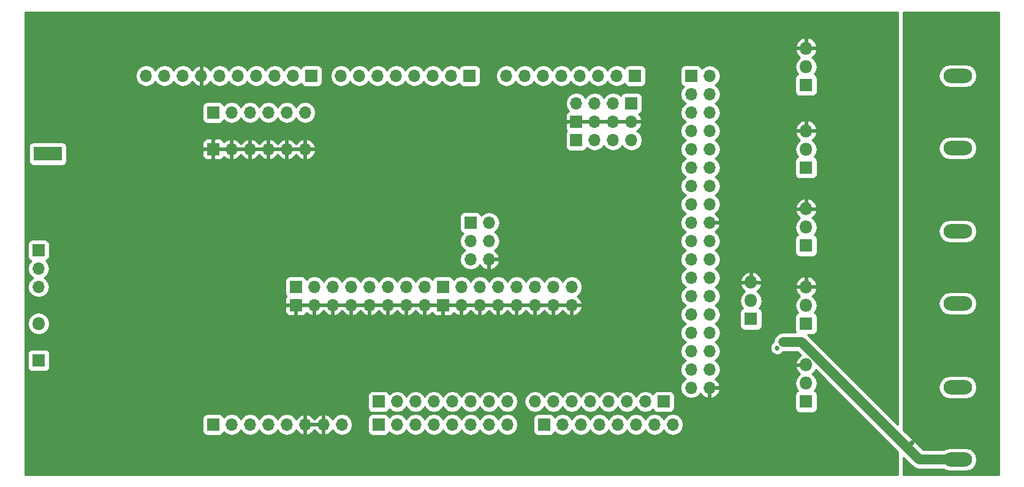
<source format=gbl>
G04 #@! TF.FileFunction,Copper,L2,Bot,Signal*
%FSLAX46Y46*%
G04 Gerber Fmt 4.6, Leading zero omitted, Abs format (unit mm)*
G04 Created by KiCad (PCBNEW 4.0.7) date 02/13/18 18:01:40*
%MOMM*%
%LPD*%
G01*
G04 APERTURE LIST*
%ADD10C,0.100000*%
%ADD11C,0.700000*%
%ADD12R,1.700000X1.700000*%
%ADD13O,1.700000X1.700000*%
%ADD14R,3.960000X1.980000*%
%ADD15O,3.960000X1.980000*%
%ADD16R,1.800000X1.800000*%
%ADD17O,1.800000X1.800000*%
%ADD18C,0.685800*%
%ADD19C,1.381760*%
%ADD20C,0.254000*%
G04 APERTURE END LIST*
D10*
D11*
X245110000Y-66040000D03*
X246380000Y-66040000D03*
X245110000Y-74930000D03*
X246380000Y-74930000D03*
X245110000Y-72390000D03*
X246380000Y-72390000D03*
X245110000Y-69850000D03*
X246380000Y-69850000D03*
X246380000Y-123825000D03*
X245110000Y-123825000D03*
X246380000Y-118745000D03*
X245110000Y-118745000D03*
X246380000Y-113665000D03*
X245110000Y-113665000D03*
X246380000Y-109220000D03*
X245110000Y-109220000D03*
X246380000Y-107315000D03*
X245110000Y-107315000D03*
X245110000Y-87630000D03*
X246380000Y-87630000D03*
X245110000Y-85725000D03*
X246380000Y-85725000D03*
X245110000Y-81915000D03*
X246380000Y-81915000D03*
X246380000Y-83820000D03*
X245110000Y-83820000D03*
X245110000Y-80010000D03*
X246380000Y-80010000D03*
X245110000Y-103505000D03*
X246380000Y-103505000D03*
X245110000Y-100965000D03*
X246380000Y-100965000D03*
X245110000Y-99060000D03*
X246380000Y-99060000D03*
X245110000Y-97155000D03*
X246380000Y-97155000D03*
X245110000Y-95250000D03*
X246380000Y-95250000D03*
X245110000Y-93345000D03*
X246380000Y-93345000D03*
X245110000Y-91440000D03*
X246380000Y-91440000D03*
X246380000Y-121920000D03*
X245110000Y-121920000D03*
X243840000Y-121920000D03*
X242570000Y-121920000D03*
X241300000Y-121920000D03*
X240030000Y-121920000D03*
X238760000Y-121920000D03*
X237490000Y-121920000D03*
X236220000Y-121920000D03*
X234950000Y-121920000D03*
X246380000Y-116840000D03*
X245110000Y-116840000D03*
X243840000Y-116840000D03*
X242570000Y-116840000D03*
X241300000Y-116840000D03*
X240030000Y-116840000D03*
X238760000Y-116840000D03*
X237490000Y-116840000D03*
X236220000Y-116840000D03*
X246380000Y-111760000D03*
X245110000Y-111760000D03*
X243840000Y-111760000D03*
X242570000Y-111760000D03*
X241300000Y-111760000D03*
X240030000Y-111760000D03*
X238760000Y-111760000D03*
X237490000Y-111760000D03*
X236220000Y-111760000D03*
X234950000Y-111760000D03*
X246380000Y-105410000D03*
X245110000Y-105410000D03*
X243840000Y-105410000D03*
X242570000Y-105410000D03*
X241300000Y-105410000D03*
X240030000Y-105410000D03*
X238760000Y-105410000D03*
X237490000Y-105410000D03*
X236220000Y-105410000D03*
X234950000Y-105410000D03*
X246380000Y-89535000D03*
X245110000Y-89535000D03*
X243840000Y-89535000D03*
X242570000Y-89535000D03*
X241300000Y-89535000D03*
X240030000Y-89535000D03*
X238760000Y-89535000D03*
X237490000Y-89535000D03*
X236220000Y-89535000D03*
X234950000Y-89535000D03*
X246380000Y-78105000D03*
X245110000Y-78105000D03*
X243840000Y-78105000D03*
X242570000Y-78105000D03*
X241300000Y-78105000D03*
X240030000Y-78105000D03*
X238760000Y-78105000D03*
X237490000Y-78105000D03*
X236220000Y-78105000D03*
X234950000Y-78105000D03*
X246380000Y-67945000D03*
X245110000Y-67945000D03*
X243840000Y-67945000D03*
X242570000Y-67945000D03*
X241300000Y-67945000D03*
X240030000Y-67945000D03*
X238760000Y-67945000D03*
X237490000Y-67945000D03*
X236220000Y-67945000D03*
X234950000Y-67945000D03*
X246380000Y-64135000D03*
X245110000Y-64135000D03*
X243840000Y-64135000D03*
X242570000Y-64135000D03*
X241300000Y-64135000D03*
X240030000Y-64135000D03*
X238760000Y-64135000D03*
X237490000Y-64135000D03*
X236220000Y-64135000D03*
X234950000Y-64135000D03*
D12*
X196723000Y-71120000D03*
D13*
X194183000Y-71120000D03*
X191643000Y-71120000D03*
X189103000Y-71120000D03*
X186563000Y-71120000D03*
X184023000Y-71120000D03*
X181483000Y-71120000D03*
X178943000Y-71120000D03*
D12*
X200660000Y-116205000D03*
D13*
X198120000Y-116205000D03*
X195580000Y-116205000D03*
X193040000Y-116205000D03*
X190500000Y-116205000D03*
X187960000Y-116205000D03*
X185420000Y-116205000D03*
X182880000Y-116205000D03*
D12*
X170180000Y-102870000D03*
D13*
X172720000Y-102870000D03*
X175260000Y-102870000D03*
X177800000Y-102870000D03*
X180340000Y-102870000D03*
X182880000Y-102870000D03*
X185420000Y-102870000D03*
X187960000Y-102870000D03*
D12*
X138430000Y-76200000D03*
D13*
X140970000Y-76200000D03*
X143510000Y-76200000D03*
X146050000Y-76200000D03*
X148590000Y-76200000D03*
X151130000Y-76200000D03*
D12*
X138430000Y-81280000D03*
D13*
X140970000Y-81280000D03*
X143510000Y-81280000D03*
X146050000Y-81280000D03*
X148590000Y-81280000D03*
X151130000Y-81280000D03*
D12*
X138430000Y-119380000D03*
D13*
X140970000Y-119380000D03*
X143510000Y-119380000D03*
X146050000Y-119380000D03*
X148590000Y-119380000D03*
X151130000Y-119380000D03*
X153670000Y-119380000D03*
X156210000Y-119380000D03*
D12*
X149860000Y-102870000D03*
D13*
X152400000Y-102870000D03*
X154940000Y-102870000D03*
X157480000Y-102870000D03*
X160020000Y-102870000D03*
X162560000Y-102870000D03*
X165100000Y-102870000D03*
X167640000Y-102870000D03*
D12*
X149860000Y-100330000D03*
D13*
X152400000Y-100330000D03*
X154940000Y-100330000D03*
X157480000Y-100330000D03*
X160020000Y-100330000D03*
X162560000Y-100330000D03*
X165100000Y-100330000D03*
X167640000Y-100330000D03*
D12*
X173863000Y-71120000D03*
D13*
X171323000Y-71120000D03*
X168783000Y-71120000D03*
X166243000Y-71120000D03*
X163703000Y-71120000D03*
X161163000Y-71120000D03*
X158623000Y-71120000D03*
X156083000Y-71120000D03*
D12*
X161290000Y-119380000D03*
D13*
X163830000Y-119380000D03*
X166370000Y-119380000D03*
X168910000Y-119380000D03*
X171450000Y-119380000D03*
X173990000Y-119380000D03*
X176530000Y-119380000D03*
X179070000Y-119380000D03*
D12*
X170180000Y-100330000D03*
D13*
X172720000Y-100330000D03*
X175260000Y-100330000D03*
X177800000Y-100330000D03*
X180340000Y-100330000D03*
X182880000Y-100330000D03*
X185420000Y-100330000D03*
X187960000Y-100330000D03*
D12*
X173990000Y-91440000D03*
D13*
X176530000Y-91440000D03*
X173990000Y-93980000D03*
X176530000Y-93980000D03*
X173990000Y-96520000D03*
X176530000Y-96520000D03*
D12*
X184150000Y-119380000D03*
D13*
X186690000Y-119380000D03*
X189230000Y-119380000D03*
X191770000Y-119380000D03*
X194310000Y-119380000D03*
X196850000Y-119380000D03*
X199390000Y-119380000D03*
X201930000Y-119380000D03*
D12*
X204470000Y-71120000D03*
D13*
X207010000Y-71120000D03*
X204470000Y-73660000D03*
X207010000Y-73660000D03*
X204470000Y-76200000D03*
X207010000Y-76200000D03*
X204470000Y-78740000D03*
X207010000Y-78740000D03*
X204470000Y-81280000D03*
X207010000Y-81280000D03*
X204470000Y-83820000D03*
X207010000Y-83820000D03*
X204470000Y-86360000D03*
X207010000Y-86360000D03*
X204470000Y-88900000D03*
X207010000Y-88900000D03*
X204470000Y-91440000D03*
X207010000Y-91440000D03*
X204470000Y-93980000D03*
X207010000Y-93980000D03*
X204470000Y-96520000D03*
X207010000Y-96520000D03*
X204470000Y-99060000D03*
X207010000Y-99060000D03*
X204470000Y-101600000D03*
X207010000Y-101600000D03*
X204470000Y-104140000D03*
X207010000Y-104140000D03*
X204470000Y-106680000D03*
X207010000Y-106680000D03*
X204470000Y-109220000D03*
X207010000Y-109220000D03*
X204470000Y-111760000D03*
X207010000Y-111760000D03*
X204470000Y-114300000D03*
X207010000Y-114300000D03*
D14*
X241300000Y-66120000D03*
D15*
X241300000Y-71120000D03*
X241300000Y-81120000D03*
X241300000Y-76120000D03*
D14*
X241300000Y-87630000D03*
D15*
X241300000Y-92630000D03*
X241300000Y-102630000D03*
X241300000Y-97630000D03*
D14*
X241300000Y-109220000D03*
D15*
X241300000Y-114220000D03*
X241300000Y-124220000D03*
X241300000Y-119220000D03*
D16*
X220345000Y-116205000D03*
D17*
X220345000Y-113665000D03*
X220345000Y-111125000D03*
D16*
X220345000Y-105410000D03*
D17*
X220345000Y-102870000D03*
X220345000Y-100330000D03*
D16*
X212725000Y-104775000D03*
D17*
X212725000Y-102235000D03*
X212725000Y-99695000D03*
D16*
X220345000Y-72390000D03*
D17*
X220345000Y-69850000D03*
X220345000Y-67310000D03*
D16*
X220345000Y-94615000D03*
D17*
X220345000Y-92075000D03*
X220345000Y-89535000D03*
D16*
X220345000Y-83820000D03*
D17*
X220345000Y-81280000D03*
X220345000Y-78740000D03*
D12*
X152019000Y-71120000D03*
D13*
X149479000Y-71120000D03*
X146939000Y-71120000D03*
X144399000Y-71120000D03*
X141859000Y-71120000D03*
X139319000Y-71120000D03*
X136779000Y-71120000D03*
X134239000Y-71120000D03*
X131699000Y-71120000D03*
X129159000Y-71120000D03*
D16*
X114300000Y-110490000D03*
D17*
X114300000Y-105410000D03*
D12*
X114300000Y-95250000D03*
D13*
X114300000Y-97790000D03*
X114300000Y-100330000D03*
D14*
X115570000Y-81915000D03*
D15*
X115570000Y-86915000D03*
D12*
X161290000Y-116205000D03*
D13*
X163830000Y-116205000D03*
X166370000Y-116205000D03*
X168910000Y-116205000D03*
X171450000Y-116205000D03*
X173990000Y-116205000D03*
X176530000Y-116205000D03*
X179070000Y-116205000D03*
D12*
X196215000Y-74930000D03*
D13*
X193675000Y-74930000D03*
X191135000Y-74930000D03*
X188595000Y-74930000D03*
D12*
X188595000Y-77470000D03*
D13*
X191135000Y-77470000D03*
X193675000Y-77470000D03*
X196215000Y-77470000D03*
D12*
X188595000Y-80010000D03*
D13*
X191135000Y-80010000D03*
X193675000Y-80010000D03*
X196215000Y-80010000D03*
D18*
X218440000Y-107950000D03*
X216350000Y-108770000D03*
X217170000Y-107950000D03*
D19*
X217170000Y-107950000D02*
X218440000Y-107950000D01*
X218440000Y-107950000D02*
X219710000Y-107950000D01*
X219710000Y-107950000D02*
X235980000Y-124220000D01*
X235980000Y-124220000D02*
X241300000Y-124220000D01*
D20*
G36*
X233045000Y-119409923D02*
X220647539Y-107012461D01*
X220565194Y-106957440D01*
X221245000Y-106957440D01*
X221480317Y-106913162D01*
X221696441Y-106774090D01*
X221841431Y-106561890D01*
X221892440Y-106310000D01*
X221892440Y-104510000D01*
X221848162Y-104274683D01*
X221709090Y-104058559D01*
X221496890Y-103913569D01*
X221480656Y-103910281D01*
X221763155Y-103487491D01*
X221880000Y-102900072D01*
X221880000Y-102839928D01*
X221763155Y-102252509D01*
X221430409Y-101754519D01*
X221192418Y-101595499D01*
X221582966Y-101237576D01*
X221836046Y-100694742D01*
X221715997Y-100457000D01*
X220472000Y-100457000D01*
X220472000Y-100477000D01*
X220218000Y-100477000D01*
X220218000Y-100457000D01*
X218974003Y-100457000D01*
X218853954Y-100694742D01*
X219107034Y-101237576D01*
X219497582Y-101595499D01*
X219259591Y-101754519D01*
X218926845Y-102252509D01*
X218810000Y-102839928D01*
X218810000Y-102900072D01*
X218926845Y-103487491D01*
X219207837Y-103908026D01*
X218993559Y-104045910D01*
X218848569Y-104258110D01*
X218797560Y-104510000D01*
X218797560Y-106310000D01*
X218841838Y-106545317D01*
X218892546Y-106624120D01*
X217170000Y-106624120D01*
X216662608Y-106725047D01*
X216232461Y-107012461D01*
X215945047Y-107442608D01*
X215850419Y-107918333D01*
X215796788Y-107940493D01*
X215521460Y-108215341D01*
X215372270Y-108574630D01*
X215371931Y-108963663D01*
X215520493Y-109323212D01*
X215795341Y-109598540D01*
X216154630Y-109747730D01*
X216543663Y-109748069D01*
X216903212Y-109599507D01*
X217178540Y-109324659D01*
X217198795Y-109275880D01*
X219160802Y-109275880D01*
X219654014Y-109769092D01*
X219548583Y-109812760D01*
X219107034Y-110217424D01*
X218853954Y-110760258D01*
X218974003Y-110998000D01*
X220218000Y-110998000D01*
X220218000Y-110978000D01*
X220472000Y-110978000D01*
X220472000Y-110998000D01*
X220492000Y-110998000D01*
X220492000Y-111252000D01*
X220472000Y-111252000D01*
X220472000Y-111272000D01*
X220218000Y-111272000D01*
X220218000Y-111252000D01*
X218974003Y-111252000D01*
X218853954Y-111489742D01*
X219107034Y-112032576D01*
X219497582Y-112390499D01*
X219259591Y-112549519D01*
X218926845Y-113047509D01*
X218810000Y-113634928D01*
X218810000Y-113695072D01*
X218926845Y-114282491D01*
X219207837Y-114703026D01*
X218993559Y-114840910D01*
X218848569Y-115053110D01*
X218797560Y-115305000D01*
X218797560Y-117105000D01*
X218841838Y-117340317D01*
X218980910Y-117556441D01*
X219193110Y-117701431D01*
X219445000Y-117752440D01*
X221245000Y-117752440D01*
X221480317Y-117708162D01*
X221696441Y-117569090D01*
X221841431Y-117356890D01*
X221892440Y-117105000D01*
X221892440Y-115305000D01*
X221848162Y-115069683D01*
X221709090Y-114853559D01*
X221496890Y-114708569D01*
X221480656Y-114705281D01*
X221763155Y-114282491D01*
X221880000Y-113695072D01*
X221880000Y-113634928D01*
X221763155Y-113047509D01*
X221430409Y-112549519D01*
X221192418Y-112390499D01*
X221582966Y-112032576D01*
X221689339Y-111804416D01*
X233045000Y-123160077D01*
X233045000Y-126290000D01*
X112470000Y-126290000D01*
X112470000Y-118530000D01*
X136932560Y-118530000D01*
X136932560Y-120230000D01*
X136976838Y-120465317D01*
X137115910Y-120681441D01*
X137328110Y-120826431D01*
X137580000Y-120877440D01*
X139280000Y-120877440D01*
X139515317Y-120833162D01*
X139731441Y-120694090D01*
X139876431Y-120481890D01*
X139890086Y-120414459D01*
X139919946Y-120459147D01*
X140401715Y-120781054D01*
X140970000Y-120894093D01*
X141538285Y-120781054D01*
X142020054Y-120459147D01*
X142240000Y-120129974D01*
X142459946Y-120459147D01*
X142941715Y-120781054D01*
X143510000Y-120894093D01*
X144078285Y-120781054D01*
X144560054Y-120459147D01*
X144780000Y-120129974D01*
X144999946Y-120459147D01*
X145481715Y-120781054D01*
X146050000Y-120894093D01*
X146618285Y-120781054D01*
X147100054Y-120459147D01*
X147320000Y-120129974D01*
X147539946Y-120459147D01*
X148021715Y-120781054D01*
X148590000Y-120894093D01*
X149158285Y-120781054D01*
X149640054Y-120459147D01*
X149867702Y-120118447D01*
X149934817Y-120261358D01*
X150363076Y-120651645D01*
X150773110Y-120821476D01*
X151003000Y-120700155D01*
X151003000Y-119507000D01*
X151257000Y-119507000D01*
X151257000Y-120700155D01*
X151486890Y-120821476D01*
X151896924Y-120651645D01*
X152325183Y-120261358D01*
X152400000Y-120102046D01*
X152474817Y-120261358D01*
X152903076Y-120651645D01*
X153313110Y-120821476D01*
X153543000Y-120700155D01*
X153543000Y-119507000D01*
X151257000Y-119507000D01*
X151003000Y-119507000D01*
X150983000Y-119507000D01*
X150983000Y-119253000D01*
X151003000Y-119253000D01*
X151003000Y-118059845D01*
X151257000Y-118059845D01*
X151257000Y-119253000D01*
X153543000Y-119253000D01*
X153543000Y-118059845D01*
X153797000Y-118059845D01*
X153797000Y-119253000D01*
X153817000Y-119253000D01*
X153817000Y-119507000D01*
X153797000Y-119507000D01*
X153797000Y-120700155D01*
X154026890Y-120821476D01*
X154436924Y-120651645D01*
X154865183Y-120261358D01*
X154932298Y-120118447D01*
X155159946Y-120459147D01*
X155641715Y-120781054D01*
X156210000Y-120894093D01*
X156778285Y-120781054D01*
X157260054Y-120459147D01*
X157581961Y-119977378D01*
X157695000Y-119409093D01*
X157695000Y-119350907D01*
X157581961Y-118782622D01*
X157413165Y-118530000D01*
X159792560Y-118530000D01*
X159792560Y-120230000D01*
X159836838Y-120465317D01*
X159975910Y-120681441D01*
X160188110Y-120826431D01*
X160440000Y-120877440D01*
X162140000Y-120877440D01*
X162375317Y-120833162D01*
X162591441Y-120694090D01*
X162736431Y-120481890D01*
X162750086Y-120414459D01*
X162779946Y-120459147D01*
X163261715Y-120781054D01*
X163830000Y-120894093D01*
X164398285Y-120781054D01*
X164880054Y-120459147D01*
X165100000Y-120129974D01*
X165319946Y-120459147D01*
X165801715Y-120781054D01*
X166370000Y-120894093D01*
X166938285Y-120781054D01*
X167420054Y-120459147D01*
X167640000Y-120129974D01*
X167859946Y-120459147D01*
X168341715Y-120781054D01*
X168910000Y-120894093D01*
X169478285Y-120781054D01*
X169960054Y-120459147D01*
X170180000Y-120129974D01*
X170399946Y-120459147D01*
X170881715Y-120781054D01*
X171450000Y-120894093D01*
X172018285Y-120781054D01*
X172500054Y-120459147D01*
X172720000Y-120129974D01*
X172939946Y-120459147D01*
X173421715Y-120781054D01*
X173990000Y-120894093D01*
X174558285Y-120781054D01*
X175040054Y-120459147D01*
X175260000Y-120129974D01*
X175479946Y-120459147D01*
X175961715Y-120781054D01*
X176530000Y-120894093D01*
X177098285Y-120781054D01*
X177580054Y-120459147D01*
X177800000Y-120129974D01*
X178019946Y-120459147D01*
X178501715Y-120781054D01*
X179070000Y-120894093D01*
X179638285Y-120781054D01*
X180120054Y-120459147D01*
X180441961Y-119977378D01*
X180555000Y-119409093D01*
X180555000Y-119350907D01*
X180441961Y-118782622D01*
X180273165Y-118530000D01*
X182652560Y-118530000D01*
X182652560Y-120230000D01*
X182696838Y-120465317D01*
X182835910Y-120681441D01*
X183048110Y-120826431D01*
X183300000Y-120877440D01*
X185000000Y-120877440D01*
X185235317Y-120833162D01*
X185451441Y-120694090D01*
X185596431Y-120481890D01*
X185610086Y-120414459D01*
X185639946Y-120459147D01*
X186121715Y-120781054D01*
X186690000Y-120894093D01*
X187258285Y-120781054D01*
X187740054Y-120459147D01*
X187960000Y-120129974D01*
X188179946Y-120459147D01*
X188661715Y-120781054D01*
X189230000Y-120894093D01*
X189798285Y-120781054D01*
X190280054Y-120459147D01*
X190500000Y-120129974D01*
X190719946Y-120459147D01*
X191201715Y-120781054D01*
X191770000Y-120894093D01*
X192338285Y-120781054D01*
X192820054Y-120459147D01*
X193040000Y-120129974D01*
X193259946Y-120459147D01*
X193741715Y-120781054D01*
X194310000Y-120894093D01*
X194878285Y-120781054D01*
X195360054Y-120459147D01*
X195580000Y-120129974D01*
X195799946Y-120459147D01*
X196281715Y-120781054D01*
X196850000Y-120894093D01*
X197418285Y-120781054D01*
X197900054Y-120459147D01*
X198120000Y-120129974D01*
X198339946Y-120459147D01*
X198821715Y-120781054D01*
X199390000Y-120894093D01*
X199958285Y-120781054D01*
X200440054Y-120459147D01*
X200660000Y-120129974D01*
X200879946Y-120459147D01*
X201361715Y-120781054D01*
X201930000Y-120894093D01*
X202498285Y-120781054D01*
X202980054Y-120459147D01*
X203301961Y-119977378D01*
X203415000Y-119409093D01*
X203415000Y-119350907D01*
X203301961Y-118782622D01*
X202980054Y-118300853D01*
X202498285Y-117978946D01*
X201930000Y-117865907D01*
X201361715Y-117978946D01*
X200879946Y-118300853D01*
X200660000Y-118630026D01*
X200440054Y-118300853D01*
X199958285Y-117978946D01*
X199390000Y-117865907D01*
X198821715Y-117978946D01*
X198339946Y-118300853D01*
X198120000Y-118630026D01*
X197900054Y-118300853D01*
X197418285Y-117978946D01*
X196850000Y-117865907D01*
X196281715Y-117978946D01*
X195799946Y-118300853D01*
X195580000Y-118630026D01*
X195360054Y-118300853D01*
X194878285Y-117978946D01*
X194310000Y-117865907D01*
X193741715Y-117978946D01*
X193259946Y-118300853D01*
X193040000Y-118630026D01*
X192820054Y-118300853D01*
X192338285Y-117978946D01*
X191770000Y-117865907D01*
X191201715Y-117978946D01*
X190719946Y-118300853D01*
X190500000Y-118630026D01*
X190280054Y-118300853D01*
X189798285Y-117978946D01*
X189230000Y-117865907D01*
X188661715Y-117978946D01*
X188179946Y-118300853D01*
X187960000Y-118630026D01*
X187740054Y-118300853D01*
X187258285Y-117978946D01*
X186690000Y-117865907D01*
X186121715Y-117978946D01*
X185639946Y-118300853D01*
X185612150Y-118342452D01*
X185603162Y-118294683D01*
X185464090Y-118078559D01*
X185251890Y-117933569D01*
X185000000Y-117882560D01*
X183300000Y-117882560D01*
X183064683Y-117926838D01*
X182848559Y-118065910D01*
X182703569Y-118278110D01*
X182652560Y-118530000D01*
X180273165Y-118530000D01*
X180120054Y-118300853D01*
X179638285Y-117978946D01*
X179070000Y-117865907D01*
X178501715Y-117978946D01*
X178019946Y-118300853D01*
X177800000Y-118630026D01*
X177580054Y-118300853D01*
X177098285Y-117978946D01*
X176530000Y-117865907D01*
X175961715Y-117978946D01*
X175479946Y-118300853D01*
X175260000Y-118630026D01*
X175040054Y-118300853D01*
X174558285Y-117978946D01*
X173990000Y-117865907D01*
X173421715Y-117978946D01*
X172939946Y-118300853D01*
X172720000Y-118630026D01*
X172500054Y-118300853D01*
X172018285Y-117978946D01*
X171450000Y-117865907D01*
X170881715Y-117978946D01*
X170399946Y-118300853D01*
X170180000Y-118630026D01*
X169960054Y-118300853D01*
X169478285Y-117978946D01*
X168910000Y-117865907D01*
X168341715Y-117978946D01*
X167859946Y-118300853D01*
X167640000Y-118630026D01*
X167420054Y-118300853D01*
X166938285Y-117978946D01*
X166370000Y-117865907D01*
X165801715Y-117978946D01*
X165319946Y-118300853D01*
X165100000Y-118630026D01*
X164880054Y-118300853D01*
X164398285Y-117978946D01*
X163830000Y-117865907D01*
X163261715Y-117978946D01*
X162779946Y-118300853D01*
X162752150Y-118342452D01*
X162743162Y-118294683D01*
X162604090Y-118078559D01*
X162391890Y-117933569D01*
X162140000Y-117882560D01*
X160440000Y-117882560D01*
X160204683Y-117926838D01*
X159988559Y-118065910D01*
X159843569Y-118278110D01*
X159792560Y-118530000D01*
X157413165Y-118530000D01*
X157260054Y-118300853D01*
X156778285Y-117978946D01*
X156210000Y-117865907D01*
X155641715Y-117978946D01*
X155159946Y-118300853D01*
X154932298Y-118641553D01*
X154865183Y-118498642D01*
X154436924Y-118108355D01*
X154026890Y-117938524D01*
X153797000Y-118059845D01*
X153543000Y-118059845D01*
X153313110Y-117938524D01*
X152903076Y-118108355D01*
X152474817Y-118498642D01*
X152400000Y-118657954D01*
X152325183Y-118498642D01*
X151896924Y-118108355D01*
X151486890Y-117938524D01*
X151257000Y-118059845D01*
X151003000Y-118059845D01*
X150773110Y-117938524D01*
X150363076Y-118108355D01*
X149934817Y-118498642D01*
X149867702Y-118641553D01*
X149640054Y-118300853D01*
X149158285Y-117978946D01*
X148590000Y-117865907D01*
X148021715Y-117978946D01*
X147539946Y-118300853D01*
X147320000Y-118630026D01*
X147100054Y-118300853D01*
X146618285Y-117978946D01*
X146050000Y-117865907D01*
X145481715Y-117978946D01*
X144999946Y-118300853D01*
X144780000Y-118630026D01*
X144560054Y-118300853D01*
X144078285Y-117978946D01*
X143510000Y-117865907D01*
X142941715Y-117978946D01*
X142459946Y-118300853D01*
X142240000Y-118630026D01*
X142020054Y-118300853D01*
X141538285Y-117978946D01*
X140970000Y-117865907D01*
X140401715Y-117978946D01*
X139919946Y-118300853D01*
X139892150Y-118342452D01*
X139883162Y-118294683D01*
X139744090Y-118078559D01*
X139531890Y-117933569D01*
X139280000Y-117882560D01*
X137580000Y-117882560D01*
X137344683Y-117926838D01*
X137128559Y-118065910D01*
X136983569Y-118278110D01*
X136932560Y-118530000D01*
X112470000Y-118530000D01*
X112470000Y-115355000D01*
X159792560Y-115355000D01*
X159792560Y-117055000D01*
X159836838Y-117290317D01*
X159975910Y-117506441D01*
X160188110Y-117651431D01*
X160440000Y-117702440D01*
X162140000Y-117702440D01*
X162375317Y-117658162D01*
X162591441Y-117519090D01*
X162736431Y-117306890D01*
X162750086Y-117239459D01*
X162779946Y-117284147D01*
X163261715Y-117606054D01*
X163830000Y-117719093D01*
X164398285Y-117606054D01*
X164880054Y-117284147D01*
X165100000Y-116954974D01*
X165319946Y-117284147D01*
X165801715Y-117606054D01*
X166370000Y-117719093D01*
X166938285Y-117606054D01*
X167420054Y-117284147D01*
X167640000Y-116954974D01*
X167859946Y-117284147D01*
X168341715Y-117606054D01*
X168910000Y-117719093D01*
X169478285Y-117606054D01*
X169960054Y-117284147D01*
X170180000Y-116954974D01*
X170399946Y-117284147D01*
X170881715Y-117606054D01*
X171450000Y-117719093D01*
X172018285Y-117606054D01*
X172500054Y-117284147D01*
X172720000Y-116954974D01*
X172939946Y-117284147D01*
X173421715Y-117606054D01*
X173990000Y-117719093D01*
X174558285Y-117606054D01*
X175040054Y-117284147D01*
X175260000Y-116954974D01*
X175479946Y-117284147D01*
X175961715Y-117606054D01*
X176530000Y-117719093D01*
X177098285Y-117606054D01*
X177580054Y-117284147D01*
X177800000Y-116954974D01*
X178019946Y-117284147D01*
X178501715Y-117606054D01*
X179070000Y-117719093D01*
X179638285Y-117606054D01*
X180120054Y-117284147D01*
X180441961Y-116802378D01*
X180555000Y-116234093D01*
X180555000Y-116175907D01*
X181395000Y-116175907D01*
X181395000Y-116234093D01*
X181508039Y-116802378D01*
X181829946Y-117284147D01*
X182311715Y-117606054D01*
X182880000Y-117719093D01*
X183448285Y-117606054D01*
X183930054Y-117284147D01*
X184150000Y-116954974D01*
X184369946Y-117284147D01*
X184851715Y-117606054D01*
X185420000Y-117719093D01*
X185988285Y-117606054D01*
X186470054Y-117284147D01*
X186690000Y-116954974D01*
X186909946Y-117284147D01*
X187391715Y-117606054D01*
X187960000Y-117719093D01*
X188528285Y-117606054D01*
X189010054Y-117284147D01*
X189230000Y-116954974D01*
X189449946Y-117284147D01*
X189931715Y-117606054D01*
X190500000Y-117719093D01*
X191068285Y-117606054D01*
X191550054Y-117284147D01*
X191770000Y-116954974D01*
X191989946Y-117284147D01*
X192471715Y-117606054D01*
X193040000Y-117719093D01*
X193608285Y-117606054D01*
X194090054Y-117284147D01*
X194310000Y-116954974D01*
X194529946Y-117284147D01*
X195011715Y-117606054D01*
X195580000Y-117719093D01*
X196148285Y-117606054D01*
X196630054Y-117284147D01*
X196850000Y-116954974D01*
X197069946Y-117284147D01*
X197551715Y-117606054D01*
X198120000Y-117719093D01*
X198688285Y-117606054D01*
X199170054Y-117284147D01*
X199197850Y-117242548D01*
X199206838Y-117290317D01*
X199345910Y-117506441D01*
X199558110Y-117651431D01*
X199810000Y-117702440D01*
X201510000Y-117702440D01*
X201745317Y-117658162D01*
X201961441Y-117519090D01*
X202106431Y-117306890D01*
X202157440Y-117055000D01*
X202157440Y-115355000D01*
X202113162Y-115119683D01*
X201974090Y-114903559D01*
X201761890Y-114758569D01*
X201510000Y-114707560D01*
X199810000Y-114707560D01*
X199574683Y-114751838D01*
X199358559Y-114890910D01*
X199213569Y-115103110D01*
X199199914Y-115170541D01*
X199170054Y-115125853D01*
X198688285Y-114803946D01*
X198120000Y-114690907D01*
X197551715Y-114803946D01*
X197069946Y-115125853D01*
X196850000Y-115455026D01*
X196630054Y-115125853D01*
X196148285Y-114803946D01*
X195580000Y-114690907D01*
X195011715Y-114803946D01*
X194529946Y-115125853D01*
X194310000Y-115455026D01*
X194090054Y-115125853D01*
X193608285Y-114803946D01*
X193040000Y-114690907D01*
X192471715Y-114803946D01*
X191989946Y-115125853D01*
X191770000Y-115455026D01*
X191550054Y-115125853D01*
X191068285Y-114803946D01*
X190500000Y-114690907D01*
X189931715Y-114803946D01*
X189449946Y-115125853D01*
X189230000Y-115455026D01*
X189010054Y-115125853D01*
X188528285Y-114803946D01*
X187960000Y-114690907D01*
X187391715Y-114803946D01*
X186909946Y-115125853D01*
X186690000Y-115455026D01*
X186470054Y-115125853D01*
X185988285Y-114803946D01*
X185420000Y-114690907D01*
X184851715Y-114803946D01*
X184369946Y-115125853D01*
X184150000Y-115455026D01*
X183930054Y-115125853D01*
X183448285Y-114803946D01*
X182880000Y-114690907D01*
X182311715Y-114803946D01*
X181829946Y-115125853D01*
X181508039Y-115607622D01*
X181395000Y-116175907D01*
X180555000Y-116175907D01*
X180441961Y-115607622D01*
X180120054Y-115125853D01*
X179638285Y-114803946D01*
X179070000Y-114690907D01*
X178501715Y-114803946D01*
X178019946Y-115125853D01*
X177800000Y-115455026D01*
X177580054Y-115125853D01*
X177098285Y-114803946D01*
X176530000Y-114690907D01*
X175961715Y-114803946D01*
X175479946Y-115125853D01*
X175260000Y-115455026D01*
X175040054Y-115125853D01*
X174558285Y-114803946D01*
X173990000Y-114690907D01*
X173421715Y-114803946D01*
X172939946Y-115125853D01*
X172720000Y-115455026D01*
X172500054Y-115125853D01*
X172018285Y-114803946D01*
X171450000Y-114690907D01*
X170881715Y-114803946D01*
X170399946Y-115125853D01*
X170180000Y-115455026D01*
X169960054Y-115125853D01*
X169478285Y-114803946D01*
X168910000Y-114690907D01*
X168341715Y-114803946D01*
X167859946Y-115125853D01*
X167640000Y-115455026D01*
X167420054Y-115125853D01*
X166938285Y-114803946D01*
X166370000Y-114690907D01*
X165801715Y-114803946D01*
X165319946Y-115125853D01*
X165100000Y-115455026D01*
X164880054Y-115125853D01*
X164398285Y-114803946D01*
X163830000Y-114690907D01*
X163261715Y-114803946D01*
X162779946Y-115125853D01*
X162752150Y-115167452D01*
X162743162Y-115119683D01*
X162604090Y-114903559D01*
X162391890Y-114758569D01*
X162140000Y-114707560D01*
X160440000Y-114707560D01*
X160204683Y-114751838D01*
X159988559Y-114890910D01*
X159843569Y-115103110D01*
X159792560Y-115355000D01*
X112470000Y-115355000D01*
X112470000Y-109590000D01*
X112752560Y-109590000D01*
X112752560Y-111390000D01*
X112796838Y-111625317D01*
X112935910Y-111841441D01*
X113148110Y-111986431D01*
X113400000Y-112037440D01*
X115200000Y-112037440D01*
X115435317Y-111993162D01*
X115651441Y-111854090D01*
X115796431Y-111641890D01*
X115847440Y-111390000D01*
X115847440Y-109590000D01*
X115803162Y-109354683D01*
X115664090Y-109138559D01*
X115451890Y-108993569D01*
X115200000Y-108942560D01*
X113400000Y-108942560D01*
X113164683Y-108986838D01*
X112948559Y-109125910D01*
X112803569Y-109338110D01*
X112752560Y-109590000D01*
X112470000Y-109590000D01*
X112470000Y-105379928D01*
X112765000Y-105379928D01*
X112765000Y-105440072D01*
X112881845Y-106027491D01*
X113214591Y-106525481D01*
X113712581Y-106858227D01*
X114300000Y-106975072D01*
X114887419Y-106858227D01*
X115385409Y-106525481D01*
X115718155Y-106027491D01*
X115835000Y-105440072D01*
X115835000Y-105379928D01*
X115718155Y-104792509D01*
X115385409Y-104294519D01*
X114887419Y-103961773D01*
X114300000Y-103844928D01*
X113712581Y-103961773D01*
X113214591Y-104294519D01*
X112881845Y-104792509D01*
X112765000Y-105379928D01*
X112470000Y-105379928D01*
X112470000Y-103155750D01*
X148375000Y-103155750D01*
X148375000Y-103846309D01*
X148471673Y-104079698D01*
X148650301Y-104258327D01*
X148883690Y-104355000D01*
X149574250Y-104355000D01*
X149733000Y-104196250D01*
X149733000Y-102997000D01*
X149987000Y-102997000D01*
X149987000Y-104196250D01*
X150145750Y-104355000D01*
X150836310Y-104355000D01*
X151069699Y-104258327D01*
X151248327Y-104079698D01*
X151335136Y-103870122D01*
X151633076Y-104141645D01*
X152043110Y-104311476D01*
X152273000Y-104190155D01*
X152273000Y-102997000D01*
X152527000Y-102997000D01*
X152527000Y-104190155D01*
X152756890Y-104311476D01*
X153166924Y-104141645D01*
X153595183Y-103751358D01*
X153670000Y-103592046D01*
X153744817Y-103751358D01*
X154173076Y-104141645D01*
X154583110Y-104311476D01*
X154813000Y-104190155D01*
X154813000Y-102997000D01*
X155067000Y-102997000D01*
X155067000Y-104190155D01*
X155296890Y-104311476D01*
X155706924Y-104141645D01*
X156135183Y-103751358D01*
X156210000Y-103592046D01*
X156284817Y-103751358D01*
X156713076Y-104141645D01*
X157123110Y-104311476D01*
X157353000Y-104190155D01*
X157353000Y-102997000D01*
X157607000Y-102997000D01*
X157607000Y-104190155D01*
X157836890Y-104311476D01*
X158246924Y-104141645D01*
X158675183Y-103751358D01*
X158750000Y-103592046D01*
X158824817Y-103751358D01*
X159253076Y-104141645D01*
X159663110Y-104311476D01*
X159893000Y-104190155D01*
X159893000Y-102997000D01*
X160147000Y-102997000D01*
X160147000Y-104190155D01*
X160376890Y-104311476D01*
X160786924Y-104141645D01*
X161215183Y-103751358D01*
X161290000Y-103592046D01*
X161364817Y-103751358D01*
X161793076Y-104141645D01*
X162203110Y-104311476D01*
X162433000Y-104190155D01*
X162433000Y-102997000D01*
X162687000Y-102997000D01*
X162687000Y-104190155D01*
X162916890Y-104311476D01*
X163326924Y-104141645D01*
X163755183Y-103751358D01*
X163830000Y-103592046D01*
X163904817Y-103751358D01*
X164333076Y-104141645D01*
X164743110Y-104311476D01*
X164973000Y-104190155D01*
X164973000Y-102997000D01*
X165227000Y-102997000D01*
X165227000Y-104190155D01*
X165456890Y-104311476D01*
X165866924Y-104141645D01*
X166295183Y-103751358D01*
X166370000Y-103592046D01*
X166444817Y-103751358D01*
X166873076Y-104141645D01*
X167283110Y-104311476D01*
X167513000Y-104190155D01*
X167513000Y-102997000D01*
X167767000Y-102997000D01*
X167767000Y-104190155D01*
X167996890Y-104311476D01*
X168406924Y-104141645D01*
X168704864Y-103870122D01*
X168791673Y-104079698D01*
X168970301Y-104258327D01*
X169203690Y-104355000D01*
X169894250Y-104355000D01*
X170053000Y-104196250D01*
X170053000Y-102997000D01*
X170307000Y-102997000D01*
X170307000Y-104196250D01*
X170465750Y-104355000D01*
X171156310Y-104355000D01*
X171389699Y-104258327D01*
X171568327Y-104079698D01*
X171655136Y-103870122D01*
X171953076Y-104141645D01*
X172363110Y-104311476D01*
X172593000Y-104190155D01*
X172593000Y-102997000D01*
X172847000Y-102997000D01*
X172847000Y-104190155D01*
X173076890Y-104311476D01*
X173486924Y-104141645D01*
X173915183Y-103751358D01*
X173990000Y-103592046D01*
X174064817Y-103751358D01*
X174493076Y-104141645D01*
X174903110Y-104311476D01*
X175133000Y-104190155D01*
X175133000Y-102997000D01*
X175387000Y-102997000D01*
X175387000Y-104190155D01*
X175616890Y-104311476D01*
X176026924Y-104141645D01*
X176455183Y-103751358D01*
X176530000Y-103592046D01*
X176604817Y-103751358D01*
X177033076Y-104141645D01*
X177443110Y-104311476D01*
X177673000Y-104190155D01*
X177673000Y-102997000D01*
X177927000Y-102997000D01*
X177927000Y-104190155D01*
X178156890Y-104311476D01*
X178566924Y-104141645D01*
X178995183Y-103751358D01*
X179070000Y-103592046D01*
X179144817Y-103751358D01*
X179573076Y-104141645D01*
X179983110Y-104311476D01*
X180213000Y-104190155D01*
X180213000Y-102997000D01*
X180467000Y-102997000D01*
X180467000Y-104190155D01*
X180696890Y-104311476D01*
X181106924Y-104141645D01*
X181535183Y-103751358D01*
X181610000Y-103592046D01*
X181684817Y-103751358D01*
X182113076Y-104141645D01*
X182523110Y-104311476D01*
X182753000Y-104190155D01*
X182753000Y-102997000D01*
X183007000Y-102997000D01*
X183007000Y-104190155D01*
X183236890Y-104311476D01*
X183646924Y-104141645D01*
X184075183Y-103751358D01*
X184150000Y-103592046D01*
X184224817Y-103751358D01*
X184653076Y-104141645D01*
X185063110Y-104311476D01*
X185293000Y-104190155D01*
X185293000Y-102997000D01*
X185547000Y-102997000D01*
X185547000Y-104190155D01*
X185776890Y-104311476D01*
X186186924Y-104141645D01*
X186615183Y-103751358D01*
X186690000Y-103592046D01*
X186764817Y-103751358D01*
X187193076Y-104141645D01*
X187603110Y-104311476D01*
X187833000Y-104190155D01*
X187833000Y-102997000D01*
X188087000Y-102997000D01*
X188087000Y-104190155D01*
X188316890Y-104311476D01*
X188726924Y-104141645D01*
X189155183Y-103751358D01*
X189401486Y-103226892D01*
X189280819Y-102997000D01*
X188087000Y-102997000D01*
X187833000Y-102997000D01*
X185547000Y-102997000D01*
X185293000Y-102997000D01*
X183007000Y-102997000D01*
X182753000Y-102997000D01*
X180467000Y-102997000D01*
X180213000Y-102997000D01*
X177927000Y-102997000D01*
X177673000Y-102997000D01*
X175387000Y-102997000D01*
X175133000Y-102997000D01*
X172847000Y-102997000D01*
X172593000Y-102997000D01*
X170307000Y-102997000D01*
X170053000Y-102997000D01*
X167767000Y-102997000D01*
X167513000Y-102997000D01*
X165227000Y-102997000D01*
X164973000Y-102997000D01*
X162687000Y-102997000D01*
X162433000Y-102997000D01*
X160147000Y-102997000D01*
X159893000Y-102997000D01*
X157607000Y-102997000D01*
X157353000Y-102997000D01*
X155067000Y-102997000D01*
X154813000Y-102997000D01*
X152527000Y-102997000D01*
X152273000Y-102997000D01*
X149987000Y-102997000D01*
X149733000Y-102997000D01*
X148533750Y-102997000D01*
X148375000Y-103155750D01*
X112470000Y-103155750D01*
X112470000Y-97790000D01*
X112785907Y-97790000D01*
X112898946Y-98358285D01*
X113220853Y-98840054D01*
X113550026Y-99060000D01*
X113220853Y-99279946D01*
X112898946Y-99761715D01*
X112785907Y-100330000D01*
X112898946Y-100898285D01*
X113220853Y-101380054D01*
X113702622Y-101701961D01*
X114270907Y-101815000D01*
X114329093Y-101815000D01*
X114897378Y-101701961D01*
X115379147Y-101380054D01*
X115701054Y-100898285D01*
X115814093Y-100330000D01*
X115701054Y-99761715D01*
X115512819Y-99480000D01*
X148362560Y-99480000D01*
X148362560Y-101180000D01*
X148406838Y-101415317D01*
X148528144Y-101603831D01*
X148471673Y-101660302D01*
X148375000Y-101893691D01*
X148375000Y-102584250D01*
X148533750Y-102743000D01*
X149733000Y-102743000D01*
X149733000Y-102723000D01*
X149987000Y-102723000D01*
X149987000Y-102743000D01*
X152273000Y-102743000D01*
X152273000Y-102723000D01*
X152527000Y-102723000D01*
X152527000Y-102743000D01*
X154813000Y-102743000D01*
X154813000Y-102723000D01*
X155067000Y-102723000D01*
X155067000Y-102743000D01*
X157353000Y-102743000D01*
X157353000Y-102723000D01*
X157607000Y-102723000D01*
X157607000Y-102743000D01*
X159893000Y-102743000D01*
X159893000Y-102723000D01*
X160147000Y-102723000D01*
X160147000Y-102743000D01*
X162433000Y-102743000D01*
X162433000Y-102723000D01*
X162687000Y-102723000D01*
X162687000Y-102743000D01*
X164973000Y-102743000D01*
X164973000Y-102723000D01*
X165227000Y-102723000D01*
X165227000Y-102743000D01*
X167513000Y-102743000D01*
X167513000Y-102723000D01*
X167767000Y-102723000D01*
X167767000Y-102743000D01*
X170053000Y-102743000D01*
X170053000Y-102723000D01*
X170307000Y-102723000D01*
X170307000Y-102743000D01*
X172593000Y-102743000D01*
X172593000Y-102723000D01*
X172847000Y-102723000D01*
X172847000Y-102743000D01*
X175133000Y-102743000D01*
X175133000Y-102723000D01*
X175387000Y-102723000D01*
X175387000Y-102743000D01*
X177673000Y-102743000D01*
X177673000Y-102723000D01*
X177927000Y-102723000D01*
X177927000Y-102743000D01*
X180213000Y-102743000D01*
X180213000Y-102723000D01*
X180467000Y-102723000D01*
X180467000Y-102743000D01*
X182753000Y-102743000D01*
X182753000Y-102723000D01*
X183007000Y-102723000D01*
X183007000Y-102743000D01*
X185293000Y-102743000D01*
X185293000Y-102723000D01*
X185547000Y-102723000D01*
X185547000Y-102743000D01*
X187833000Y-102743000D01*
X187833000Y-102723000D01*
X188087000Y-102723000D01*
X188087000Y-102743000D01*
X189280819Y-102743000D01*
X189401486Y-102513108D01*
X189155183Y-101988642D01*
X188726924Y-101598355D01*
X188726899Y-101598345D01*
X189010054Y-101409147D01*
X189331961Y-100927378D01*
X189445000Y-100359093D01*
X189445000Y-100300907D01*
X189331961Y-99732622D01*
X189010054Y-99250853D01*
X188528285Y-98928946D01*
X187960000Y-98815907D01*
X187391715Y-98928946D01*
X186909946Y-99250853D01*
X186690000Y-99580026D01*
X186470054Y-99250853D01*
X185988285Y-98928946D01*
X185420000Y-98815907D01*
X184851715Y-98928946D01*
X184369946Y-99250853D01*
X184150000Y-99580026D01*
X183930054Y-99250853D01*
X183448285Y-98928946D01*
X182880000Y-98815907D01*
X182311715Y-98928946D01*
X181829946Y-99250853D01*
X181610000Y-99580026D01*
X181390054Y-99250853D01*
X180908285Y-98928946D01*
X180340000Y-98815907D01*
X179771715Y-98928946D01*
X179289946Y-99250853D01*
X179070000Y-99580026D01*
X178850054Y-99250853D01*
X178368285Y-98928946D01*
X177800000Y-98815907D01*
X177231715Y-98928946D01*
X176749946Y-99250853D01*
X176530000Y-99580026D01*
X176310054Y-99250853D01*
X175828285Y-98928946D01*
X175260000Y-98815907D01*
X174691715Y-98928946D01*
X174209946Y-99250853D01*
X173990000Y-99580026D01*
X173770054Y-99250853D01*
X173288285Y-98928946D01*
X172720000Y-98815907D01*
X172151715Y-98928946D01*
X171669946Y-99250853D01*
X171642150Y-99292452D01*
X171633162Y-99244683D01*
X171494090Y-99028559D01*
X171281890Y-98883569D01*
X171030000Y-98832560D01*
X169330000Y-98832560D01*
X169094683Y-98876838D01*
X168878559Y-99015910D01*
X168733569Y-99228110D01*
X168719914Y-99295541D01*
X168690054Y-99250853D01*
X168208285Y-98928946D01*
X167640000Y-98815907D01*
X167071715Y-98928946D01*
X166589946Y-99250853D01*
X166370000Y-99580026D01*
X166150054Y-99250853D01*
X165668285Y-98928946D01*
X165100000Y-98815907D01*
X164531715Y-98928946D01*
X164049946Y-99250853D01*
X163830000Y-99580026D01*
X163610054Y-99250853D01*
X163128285Y-98928946D01*
X162560000Y-98815907D01*
X161991715Y-98928946D01*
X161509946Y-99250853D01*
X161290000Y-99580026D01*
X161070054Y-99250853D01*
X160588285Y-98928946D01*
X160020000Y-98815907D01*
X159451715Y-98928946D01*
X158969946Y-99250853D01*
X158750000Y-99580026D01*
X158530054Y-99250853D01*
X158048285Y-98928946D01*
X157480000Y-98815907D01*
X156911715Y-98928946D01*
X156429946Y-99250853D01*
X156210000Y-99580026D01*
X155990054Y-99250853D01*
X155508285Y-98928946D01*
X154940000Y-98815907D01*
X154371715Y-98928946D01*
X153889946Y-99250853D01*
X153670000Y-99580026D01*
X153450054Y-99250853D01*
X152968285Y-98928946D01*
X152400000Y-98815907D01*
X151831715Y-98928946D01*
X151349946Y-99250853D01*
X151322150Y-99292452D01*
X151313162Y-99244683D01*
X151174090Y-99028559D01*
X150961890Y-98883569D01*
X150710000Y-98832560D01*
X149010000Y-98832560D01*
X148774683Y-98876838D01*
X148558559Y-99015910D01*
X148413569Y-99228110D01*
X148362560Y-99480000D01*
X115512819Y-99480000D01*
X115379147Y-99279946D01*
X115049974Y-99060000D01*
X115379147Y-98840054D01*
X115701054Y-98358285D01*
X115814093Y-97790000D01*
X115701054Y-97221715D01*
X115379147Y-96739946D01*
X115337548Y-96712150D01*
X115385317Y-96703162D01*
X115601441Y-96564090D01*
X115746431Y-96351890D01*
X115797440Y-96100000D01*
X115797440Y-94400000D01*
X115753162Y-94164683D01*
X115634322Y-93980000D01*
X172475907Y-93980000D01*
X172588946Y-94548285D01*
X172910853Y-95030054D01*
X173240026Y-95250000D01*
X172910853Y-95469946D01*
X172588946Y-95951715D01*
X172475907Y-96520000D01*
X172588946Y-97088285D01*
X172910853Y-97570054D01*
X173392622Y-97891961D01*
X173960907Y-98005000D01*
X174019093Y-98005000D01*
X174587378Y-97891961D01*
X175069147Y-97570054D01*
X175258345Y-97286899D01*
X175258355Y-97286924D01*
X175648642Y-97715183D01*
X176173108Y-97961486D01*
X176403000Y-97840819D01*
X176403000Y-96647000D01*
X176657000Y-96647000D01*
X176657000Y-97840819D01*
X176886892Y-97961486D01*
X177411358Y-97715183D01*
X177801645Y-97286924D01*
X177971476Y-96876890D01*
X177850155Y-96647000D01*
X176657000Y-96647000D01*
X176403000Y-96647000D01*
X176383000Y-96647000D01*
X176383000Y-96393000D01*
X176403000Y-96393000D01*
X176403000Y-96373000D01*
X176657000Y-96373000D01*
X176657000Y-96393000D01*
X177850155Y-96393000D01*
X177971476Y-96163110D01*
X177801645Y-95753076D01*
X177411358Y-95324817D01*
X177268447Y-95257702D01*
X177609147Y-95030054D01*
X177931054Y-94548285D01*
X178044093Y-93980000D01*
X177931054Y-93411715D01*
X177609147Y-92929946D01*
X177279974Y-92710000D01*
X177609147Y-92490054D01*
X177931054Y-92008285D01*
X178044093Y-91440000D01*
X177931054Y-90871715D01*
X177609147Y-90389946D01*
X177127378Y-90068039D01*
X176559093Y-89955000D01*
X176500907Y-89955000D01*
X175932622Y-90068039D01*
X175450853Y-90389946D01*
X175450029Y-90391179D01*
X175443162Y-90354683D01*
X175304090Y-90138559D01*
X175091890Y-89993569D01*
X174840000Y-89942560D01*
X173140000Y-89942560D01*
X172904683Y-89986838D01*
X172688559Y-90125910D01*
X172543569Y-90338110D01*
X172492560Y-90590000D01*
X172492560Y-92290000D01*
X172536838Y-92525317D01*
X172675910Y-92741441D01*
X172888110Y-92886431D01*
X172955541Y-92900086D01*
X172910853Y-92929946D01*
X172588946Y-93411715D01*
X172475907Y-93980000D01*
X115634322Y-93980000D01*
X115614090Y-93948559D01*
X115401890Y-93803569D01*
X115150000Y-93752560D01*
X113450000Y-93752560D01*
X113214683Y-93796838D01*
X112998559Y-93935910D01*
X112853569Y-94148110D01*
X112802560Y-94400000D01*
X112802560Y-96100000D01*
X112846838Y-96335317D01*
X112985910Y-96551441D01*
X113198110Y-96696431D01*
X113265541Y-96710086D01*
X113220853Y-96739946D01*
X112898946Y-97221715D01*
X112785907Y-97790000D01*
X112470000Y-97790000D01*
X112470000Y-80925000D01*
X112942560Y-80925000D01*
X112942560Y-82905000D01*
X112986838Y-83140317D01*
X113125910Y-83356441D01*
X113338110Y-83501431D01*
X113590000Y-83552440D01*
X117550000Y-83552440D01*
X117785317Y-83508162D01*
X118001441Y-83369090D01*
X118146431Y-83156890D01*
X118197440Y-82905000D01*
X118197440Y-81565750D01*
X136945000Y-81565750D01*
X136945000Y-82256309D01*
X137041673Y-82489698D01*
X137220301Y-82668327D01*
X137453690Y-82765000D01*
X138144250Y-82765000D01*
X138303000Y-82606250D01*
X138303000Y-81407000D01*
X138557000Y-81407000D01*
X138557000Y-82606250D01*
X138715750Y-82765000D01*
X139406310Y-82765000D01*
X139639699Y-82668327D01*
X139818327Y-82489698D01*
X139905136Y-82280122D01*
X140203076Y-82551645D01*
X140613110Y-82721476D01*
X140843000Y-82600155D01*
X140843000Y-81407000D01*
X141097000Y-81407000D01*
X141097000Y-82600155D01*
X141326890Y-82721476D01*
X141736924Y-82551645D01*
X142165183Y-82161358D01*
X142240000Y-82002046D01*
X142314817Y-82161358D01*
X142743076Y-82551645D01*
X143153110Y-82721476D01*
X143383000Y-82600155D01*
X143383000Y-81407000D01*
X143637000Y-81407000D01*
X143637000Y-82600155D01*
X143866890Y-82721476D01*
X144276924Y-82551645D01*
X144705183Y-82161358D01*
X144780000Y-82002046D01*
X144854817Y-82161358D01*
X145283076Y-82551645D01*
X145693110Y-82721476D01*
X145923000Y-82600155D01*
X145923000Y-81407000D01*
X146177000Y-81407000D01*
X146177000Y-82600155D01*
X146406890Y-82721476D01*
X146816924Y-82551645D01*
X147245183Y-82161358D01*
X147320000Y-82002046D01*
X147394817Y-82161358D01*
X147823076Y-82551645D01*
X148233110Y-82721476D01*
X148463000Y-82600155D01*
X148463000Y-81407000D01*
X148717000Y-81407000D01*
X148717000Y-82600155D01*
X148946890Y-82721476D01*
X149356924Y-82551645D01*
X149785183Y-82161358D01*
X149860000Y-82002046D01*
X149934817Y-82161358D01*
X150363076Y-82551645D01*
X150773110Y-82721476D01*
X151003000Y-82600155D01*
X151003000Y-81407000D01*
X151257000Y-81407000D01*
X151257000Y-82600155D01*
X151486890Y-82721476D01*
X151896924Y-82551645D01*
X152325183Y-82161358D01*
X152571486Y-81636892D01*
X152450819Y-81407000D01*
X151257000Y-81407000D01*
X151003000Y-81407000D01*
X148717000Y-81407000D01*
X148463000Y-81407000D01*
X146177000Y-81407000D01*
X145923000Y-81407000D01*
X143637000Y-81407000D01*
X143383000Y-81407000D01*
X141097000Y-81407000D01*
X140843000Y-81407000D01*
X138557000Y-81407000D01*
X138303000Y-81407000D01*
X137103750Y-81407000D01*
X136945000Y-81565750D01*
X118197440Y-81565750D01*
X118197440Y-80925000D01*
X118153162Y-80689683D01*
X118014090Y-80473559D01*
X117801890Y-80328569D01*
X117679039Y-80303691D01*
X136945000Y-80303691D01*
X136945000Y-80994250D01*
X137103750Y-81153000D01*
X138303000Y-81153000D01*
X138303000Y-79953750D01*
X138557000Y-79953750D01*
X138557000Y-81153000D01*
X140843000Y-81153000D01*
X140843000Y-79959845D01*
X141097000Y-79959845D01*
X141097000Y-81153000D01*
X143383000Y-81153000D01*
X143383000Y-79959845D01*
X143637000Y-79959845D01*
X143637000Y-81153000D01*
X145923000Y-81153000D01*
X145923000Y-79959845D01*
X146177000Y-79959845D01*
X146177000Y-81153000D01*
X148463000Y-81153000D01*
X148463000Y-79959845D01*
X148717000Y-79959845D01*
X148717000Y-81153000D01*
X151003000Y-81153000D01*
X151003000Y-79959845D01*
X151257000Y-79959845D01*
X151257000Y-81153000D01*
X152450819Y-81153000D01*
X152571486Y-80923108D01*
X152325183Y-80398642D01*
X151896924Y-80008355D01*
X151486890Y-79838524D01*
X151257000Y-79959845D01*
X151003000Y-79959845D01*
X150773110Y-79838524D01*
X150363076Y-80008355D01*
X149934817Y-80398642D01*
X149860000Y-80557954D01*
X149785183Y-80398642D01*
X149356924Y-80008355D01*
X148946890Y-79838524D01*
X148717000Y-79959845D01*
X148463000Y-79959845D01*
X148233110Y-79838524D01*
X147823076Y-80008355D01*
X147394817Y-80398642D01*
X147320000Y-80557954D01*
X147245183Y-80398642D01*
X146816924Y-80008355D01*
X146406890Y-79838524D01*
X146177000Y-79959845D01*
X145923000Y-79959845D01*
X145693110Y-79838524D01*
X145283076Y-80008355D01*
X144854817Y-80398642D01*
X144780000Y-80557954D01*
X144705183Y-80398642D01*
X144276924Y-80008355D01*
X143866890Y-79838524D01*
X143637000Y-79959845D01*
X143383000Y-79959845D01*
X143153110Y-79838524D01*
X142743076Y-80008355D01*
X142314817Y-80398642D01*
X142240000Y-80557954D01*
X142165183Y-80398642D01*
X141736924Y-80008355D01*
X141326890Y-79838524D01*
X141097000Y-79959845D01*
X140843000Y-79959845D01*
X140613110Y-79838524D01*
X140203076Y-80008355D01*
X139905136Y-80279878D01*
X139818327Y-80070302D01*
X139639699Y-79891673D01*
X139406310Y-79795000D01*
X138715750Y-79795000D01*
X138557000Y-79953750D01*
X138303000Y-79953750D01*
X138144250Y-79795000D01*
X137453690Y-79795000D01*
X137220301Y-79891673D01*
X137041673Y-80070302D01*
X136945000Y-80303691D01*
X117679039Y-80303691D01*
X117550000Y-80277560D01*
X113590000Y-80277560D01*
X113354683Y-80321838D01*
X113138559Y-80460910D01*
X112993569Y-80673110D01*
X112942560Y-80925000D01*
X112470000Y-80925000D01*
X112470000Y-79160000D01*
X187097560Y-79160000D01*
X187097560Y-80860000D01*
X187141838Y-81095317D01*
X187280910Y-81311441D01*
X187493110Y-81456431D01*
X187745000Y-81507440D01*
X189445000Y-81507440D01*
X189680317Y-81463162D01*
X189896441Y-81324090D01*
X190041431Y-81111890D01*
X190055086Y-81044459D01*
X190084946Y-81089147D01*
X190566715Y-81411054D01*
X191135000Y-81524093D01*
X191703285Y-81411054D01*
X192185054Y-81089147D01*
X192405000Y-80759974D01*
X192624946Y-81089147D01*
X193106715Y-81411054D01*
X193675000Y-81524093D01*
X194243285Y-81411054D01*
X194725054Y-81089147D01*
X194945000Y-80759974D01*
X195164946Y-81089147D01*
X195646715Y-81411054D01*
X196215000Y-81524093D01*
X196783285Y-81411054D01*
X197265054Y-81089147D01*
X197586961Y-80607378D01*
X197700000Y-80039093D01*
X197700000Y-79980907D01*
X197586961Y-79412622D01*
X197265054Y-78930853D01*
X196981899Y-78741655D01*
X196981924Y-78741645D01*
X197410183Y-78351358D01*
X197656486Y-77826892D01*
X197535819Y-77597000D01*
X196342000Y-77597000D01*
X196342000Y-77617000D01*
X196088000Y-77617000D01*
X196088000Y-77597000D01*
X193802000Y-77597000D01*
X193802000Y-77617000D01*
X193548000Y-77617000D01*
X193548000Y-77597000D01*
X191262000Y-77597000D01*
X191262000Y-77617000D01*
X191008000Y-77617000D01*
X191008000Y-77597000D01*
X188722000Y-77597000D01*
X188722000Y-77617000D01*
X188468000Y-77617000D01*
X188468000Y-77597000D01*
X187268750Y-77597000D01*
X187110000Y-77755750D01*
X187110000Y-78446309D01*
X187206673Y-78679698D01*
X187264871Y-78737896D01*
X187148569Y-78908110D01*
X187097560Y-79160000D01*
X112470000Y-79160000D01*
X112470000Y-75350000D01*
X136932560Y-75350000D01*
X136932560Y-77050000D01*
X136976838Y-77285317D01*
X137115910Y-77501441D01*
X137328110Y-77646431D01*
X137580000Y-77697440D01*
X139280000Y-77697440D01*
X139515317Y-77653162D01*
X139731441Y-77514090D01*
X139876431Y-77301890D01*
X139890086Y-77234459D01*
X139919946Y-77279147D01*
X140401715Y-77601054D01*
X140970000Y-77714093D01*
X141538285Y-77601054D01*
X142020054Y-77279147D01*
X142240000Y-76949974D01*
X142459946Y-77279147D01*
X142941715Y-77601054D01*
X143510000Y-77714093D01*
X144078285Y-77601054D01*
X144560054Y-77279147D01*
X144780000Y-76949974D01*
X144999946Y-77279147D01*
X145481715Y-77601054D01*
X146050000Y-77714093D01*
X146618285Y-77601054D01*
X147100054Y-77279147D01*
X147320000Y-76949974D01*
X147539946Y-77279147D01*
X148021715Y-77601054D01*
X148590000Y-77714093D01*
X149158285Y-77601054D01*
X149640054Y-77279147D01*
X149860000Y-76949974D01*
X150079946Y-77279147D01*
X150561715Y-77601054D01*
X151130000Y-77714093D01*
X151698285Y-77601054D01*
X152180054Y-77279147D01*
X152501961Y-76797378D01*
X152615000Y-76229093D01*
X152615000Y-76170907D01*
X152501961Y-75602622D01*
X152180054Y-75120853D01*
X151850881Y-74900907D01*
X187110000Y-74900907D01*
X187110000Y-74959093D01*
X187223039Y-75527378D01*
X187544946Y-76009147D01*
X187550858Y-76013097D01*
X187385301Y-76081673D01*
X187206673Y-76260302D01*
X187110000Y-76493691D01*
X187110000Y-77184250D01*
X187268750Y-77343000D01*
X188468000Y-77343000D01*
X188468000Y-77323000D01*
X188722000Y-77323000D01*
X188722000Y-77343000D01*
X191008000Y-77343000D01*
X191008000Y-77323000D01*
X191262000Y-77323000D01*
X191262000Y-77343000D01*
X193548000Y-77343000D01*
X193548000Y-77323000D01*
X193802000Y-77323000D01*
X193802000Y-77343000D01*
X196088000Y-77343000D01*
X196088000Y-77323000D01*
X196342000Y-77323000D01*
X196342000Y-77343000D01*
X197535819Y-77343000D01*
X197656486Y-77113108D01*
X197410183Y-76588642D01*
X197204496Y-76401192D01*
X197300317Y-76383162D01*
X197516441Y-76244090D01*
X197661431Y-76031890D01*
X197712440Y-75780000D01*
X197712440Y-74080000D01*
X197668162Y-73844683D01*
X197549322Y-73660000D01*
X202955907Y-73660000D01*
X203068946Y-74228285D01*
X203390853Y-74710054D01*
X203720026Y-74930000D01*
X203390853Y-75149946D01*
X203068946Y-75631715D01*
X202955907Y-76200000D01*
X203068946Y-76768285D01*
X203390853Y-77250054D01*
X203720026Y-77470000D01*
X203390853Y-77689946D01*
X203068946Y-78171715D01*
X202955907Y-78740000D01*
X203068946Y-79308285D01*
X203390853Y-79790054D01*
X203720026Y-80010000D01*
X203390853Y-80229946D01*
X203068946Y-80711715D01*
X202955907Y-81280000D01*
X203068946Y-81848285D01*
X203390853Y-82330054D01*
X203720026Y-82550000D01*
X203390853Y-82769946D01*
X203068946Y-83251715D01*
X202955907Y-83820000D01*
X203068946Y-84388285D01*
X203390853Y-84870054D01*
X203720026Y-85090000D01*
X203390853Y-85309946D01*
X203068946Y-85791715D01*
X202955907Y-86360000D01*
X203068946Y-86928285D01*
X203390853Y-87410054D01*
X203720026Y-87630000D01*
X203390853Y-87849946D01*
X203068946Y-88331715D01*
X202955907Y-88900000D01*
X203068946Y-89468285D01*
X203390853Y-89950054D01*
X203720026Y-90170000D01*
X203390853Y-90389946D01*
X203068946Y-90871715D01*
X202955907Y-91440000D01*
X203068946Y-92008285D01*
X203390853Y-92490054D01*
X203720026Y-92710000D01*
X203390853Y-92929946D01*
X203068946Y-93411715D01*
X202955907Y-93980000D01*
X203068946Y-94548285D01*
X203390853Y-95030054D01*
X203720026Y-95250000D01*
X203390853Y-95469946D01*
X203068946Y-95951715D01*
X202955907Y-96520000D01*
X203068946Y-97088285D01*
X203390853Y-97570054D01*
X203720026Y-97790000D01*
X203390853Y-98009946D01*
X203068946Y-98491715D01*
X202955907Y-99060000D01*
X203068946Y-99628285D01*
X203390853Y-100110054D01*
X203720026Y-100330000D01*
X203390853Y-100549946D01*
X203068946Y-101031715D01*
X202955907Y-101600000D01*
X203068946Y-102168285D01*
X203390853Y-102650054D01*
X203720026Y-102870000D01*
X203390853Y-103089946D01*
X203068946Y-103571715D01*
X202955907Y-104140000D01*
X203068946Y-104708285D01*
X203390853Y-105190054D01*
X203720026Y-105410000D01*
X203390853Y-105629946D01*
X203068946Y-106111715D01*
X202955907Y-106680000D01*
X203068946Y-107248285D01*
X203390853Y-107730054D01*
X203720026Y-107950000D01*
X203390853Y-108169946D01*
X203068946Y-108651715D01*
X202955907Y-109220000D01*
X203068946Y-109788285D01*
X203390853Y-110270054D01*
X203720026Y-110490000D01*
X203390853Y-110709946D01*
X203068946Y-111191715D01*
X202955907Y-111760000D01*
X203068946Y-112328285D01*
X203390853Y-112810054D01*
X203720026Y-113030000D01*
X203390853Y-113249946D01*
X203068946Y-113731715D01*
X202955907Y-114300000D01*
X203068946Y-114868285D01*
X203390853Y-115350054D01*
X203872622Y-115671961D01*
X204440907Y-115785000D01*
X204499093Y-115785000D01*
X205067378Y-115671961D01*
X205549147Y-115350054D01*
X205738345Y-115066899D01*
X205738355Y-115066924D01*
X206128642Y-115495183D01*
X206653108Y-115741486D01*
X206883000Y-115620819D01*
X206883000Y-114427000D01*
X207137000Y-114427000D01*
X207137000Y-115620819D01*
X207366892Y-115741486D01*
X207891358Y-115495183D01*
X208281645Y-115066924D01*
X208451476Y-114656890D01*
X208330155Y-114427000D01*
X207137000Y-114427000D01*
X206883000Y-114427000D01*
X206863000Y-114427000D01*
X206863000Y-114173000D01*
X206883000Y-114173000D01*
X206883000Y-114153000D01*
X207137000Y-114153000D01*
X207137000Y-114173000D01*
X208330155Y-114173000D01*
X208451476Y-113943110D01*
X208281645Y-113533076D01*
X207891358Y-113104817D01*
X207748447Y-113037702D01*
X208089147Y-112810054D01*
X208411054Y-112328285D01*
X208524093Y-111760000D01*
X208411054Y-111191715D01*
X208089147Y-110709946D01*
X207759974Y-110490000D01*
X208089147Y-110270054D01*
X208411054Y-109788285D01*
X208524093Y-109220000D01*
X208411054Y-108651715D01*
X208089147Y-108169946D01*
X207759974Y-107950000D01*
X208089147Y-107730054D01*
X208411054Y-107248285D01*
X208524093Y-106680000D01*
X208411054Y-106111715D01*
X208089147Y-105629946D01*
X207759974Y-105410000D01*
X208089147Y-105190054D01*
X208411054Y-104708285D01*
X208524093Y-104140000D01*
X208471382Y-103875000D01*
X211177560Y-103875000D01*
X211177560Y-105675000D01*
X211221838Y-105910317D01*
X211360910Y-106126441D01*
X211573110Y-106271431D01*
X211825000Y-106322440D01*
X213625000Y-106322440D01*
X213860317Y-106278162D01*
X214076441Y-106139090D01*
X214221431Y-105926890D01*
X214272440Y-105675000D01*
X214272440Y-103875000D01*
X214228162Y-103639683D01*
X214089090Y-103423559D01*
X213876890Y-103278569D01*
X213860656Y-103275281D01*
X214143155Y-102852491D01*
X214260000Y-102265072D01*
X214260000Y-102204928D01*
X214143155Y-101617509D01*
X213810409Y-101119519D01*
X213572418Y-100960499D01*
X213962966Y-100602576D01*
X214216046Y-100059742D01*
X214168336Y-99965258D01*
X218853954Y-99965258D01*
X218974003Y-100203000D01*
X220218000Y-100203000D01*
X220218000Y-98959622D01*
X220472000Y-98959622D01*
X220472000Y-100203000D01*
X221715997Y-100203000D01*
X221836046Y-99965258D01*
X221582966Y-99422424D01*
X221141417Y-99017760D01*
X220709740Y-98838964D01*
X220472000Y-98959622D01*
X220218000Y-98959622D01*
X219980260Y-98838964D01*
X219548583Y-99017760D01*
X219107034Y-99422424D01*
X218853954Y-99965258D01*
X214168336Y-99965258D01*
X214095997Y-99822000D01*
X212852000Y-99822000D01*
X212852000Y-99842000D01*
X212598000Y-99842000D01*
X212598000Y-99822000D01*
X211354003Y-99822000D01*
X211233954Y-100059742D01*
X211487034Y-100602576D01*
X211877582Y-100960499D01*
X211639591Y-101119519D01*
X211306845Y-101617509D01*
X211190000Y-102204928D01*
X211190000Y-102265072D01*
X211306845Y-102852491D01*
X211587837Y-103273026D01*
X211373559Y-103410910D01*
X211228569Y-103623110D01*
X211177560Y-103875000D01*
X208471382Y-103875000D01*
X208411054Y-103571715D01*
X208089147Y-103089946D01*
X207759974Y-102870000D01*
X208089147Y-102650054D01*
X208411054Y-102168285D01*
X208524093Y-101600000D01*
X208411054Y-101031715D01*
X208089147Y-100549946D01*
X207759974Y-100330000D01*
X208089147Y-100110054D01*
X208411054Y-99628285D01*
X208470335Y-99330258D01*
X211233954Y-99330258D01*
X211354003Y-99568000D01*
X212598000Y-99568000D01*
X212598000Y-98324622D01*
X212852000Y-98324622D01*
X212852000Y-99568000D01*
X214095997Y-99568000D01*
X214216046Y-99330258D01*
X213962966Y-98787424D01*
X213521417Y-98382760D01*
X213089740Y-98203964D01*
X212852000Y-98324622D01*
X212598000Y-98324622D01*
X212360260Y-98203964D01*
X211928583Y-98382760D01*
X211487034Y-98787424D01*
X211233954Y-99330258D01*
X208470335Y-99330258D01*
X208524093Y-99060000D01*
X208411054Y-98491715D01*
X208089147Y-98009946D01*
X207759974Y-97790000D01*
X208089147Y-97570054D01*
X208411054Y-97088285D01*
X208524093Y-96520000D01*
X208411054Y-95951715D01*
X208089147Y-95469946D01*
X207759974Y-95250000D01*
X208089147Y-95030054D01*
X208411054Y-94548285D01*
X208524093Y-93980000D01*
X208471382Y-93715000D01*
X218797560Y-93715000D01*
X218797560Y-95515000D01*
X218841838Y-95750317D01*
X218980910Y-95966441D01*
X219193110Y-96111431D01*
X219445000Y-96162440D01*
X221245000Y-96162440D01*
X221480317Y-96118162D01*
X221696441Y-95979090D01*
X221841431Y-95766890D01*
X221892440Y-95515000D01*
X221892440Y-93715000D01*
X221848162Y-93479683D01*
X221709090Y-93263559D01*
X221496890Y-93118569D01*
X221480656Y-93115281D01*
X221763155Y-92692491D01*
X221880000Y-92105072D01*
X221880000Y-92044928D01*
X221763155Y-91457509D01*
X221430409Y-90959519D01*
X221192418Y-90800499D01*
X221582966Y-90442576D01*
X221836046Y-89899742D01*
X221715997Y-89662000D01*
X220472000Y-89662000D01*
X220472000Y-89682000D01*
X220218000Y-89682000D01*
X220218000Y-89662000D01*
X218974003Y-89662000D01*
X218853954Y-89899742D01*
X219107034Y-90442576D01*
X219497582Y-90800499D01*
X219259591Y-90959519D01*
X218926845Y-91457509D01*
X218810000Y-92044928D01*
X218810000Y-92105072D01*
X218926845Y-92692491D01*
X219207837Y-93113026D01*
X218993559Y-93250910D01*
X218848569Y-93463110D01*
X218797560Y-93715000D01*
X208471382Y-93715000D01*
X208411054Y-93411715D01*
X208089147Y-92929946D01*
X207748447Y-92702298D01*
X207891358Y-92635183D01*
X208281645Y-92206924D01*
X208451476Y-91796890D01*
X208330155Y-91567000D01*
X207137000Y-91567000D01*
X207137000Y-91587000D01*
X206883000Y-91587000D01*
X206883000Y-91567000D01*
X206863000Y-91567000D01*
X206863000Y-91313000D01*
X206883000Y-91313000D01*
X206883000Y-91293000D01*
X207137000Y-91293000D01*
X207137000Y-91313000D01*
X208330155Y-91313000D01*
X208451476Y-91083110D01*
X208281645Y-90673076D01*
X207891358Y-90244817D01*
X207748447Y-90177702D01*
X208089147Y-89950054D01*
X208411054Y-89468285D01*
X208470335Y-89170258D01*
X218853954Y-89170258D01*
X218974003Y-89408000D01*
X220218000Y-89408000D01*
X220218000Y-88164622D01*
X220472000Y-88164622D01*
X220472000Y-89408000D01*
X221715997Y-89408000D01*
X221836046Y-89170258D01*
X221582966Y-88627424D01*
X221141417Y-88222760D01*
X220709740Y-88043964D01*
X220472000Y-88164622D01*
X220218000Y-88164622D01*
X219980260Y-88043964D01*
X219548583Y-88222760D01*
X219107034Y-88627424D01*
X218853954Y-89170258D01*
X208470335Y-89170258D01*
X208524093Y-88900000D01*
X208411054Y-88331715D01*
X208089147Y-87849946D01*
X207759974Y-87630000D01*
X208089147Y-87410054D01*
X208411054Y-86928285D01*
X208524093Y-86360000D01*
X208411054Y-85791715D01*
X208089147Y-85309946D01*
X207759974Y-85090000D01*
X208089147Y-84870054D01*
X208411054Y-84388285D01*
X208524093Y-83820000D01*
X208411054Y-83251715D01*
X208189410Y-82920000D01*
X218797560Y-82920000D01*
X218797560Y-84720000D01*
X218841838Y-84955317D01*
X218980910Y-85171441D01*
X219193110Y-85316431D01*
X219445000Y-85367440D01*
X221245000Y-85367440D01*
X221480317Y-85323162D01*
X221696441Y-85184090D01*
X221841431Y-84971890D01*
X221892440Y-84720000D01*
X221892440Y-82920000D01*
X221848162Y-82684683D01*
X221709090Y-82468559D01*
X221496890Y-82323569D01*
X221480656Y-82320281D01*
X221763155Y-81897491D01*
X221880000Y-81310072D01*
X221880000Y-81249928D01*
X221763155Y-80662509D01*
X221430409Y-80164519D01*
X221192418Y-80005499D01*
X221582966Y-79647576D01*
X221836046Y-79104742D01*
X221715997Y-78867000D01*
X220472000Y-78867000D01*
X220472000Y-78887000D01*
X220218000Y-78887000D01*
X220218000Y-78867000D01*
X218974003Y-78867000D01*
X218853954Y-79104742D01*
X219107034Y-79647576D01*
X219497582Y-80005499D01*
X219259591Y-80164519D01*
X218926845Y-80662509D01*
X218810000Y-81249928D01*
X218810000Y-81310072D01*
X218926845Y-81897491D01*
X219207837Y-82318026D01*
X218993559Y-82455910D01*
X218848569Y-82668110D01*
X218797560Y-82920000D01*
X208189410Y-82920000D01*
X208089147Y-82769946D01*
X207759974Y-82550000D01*
X208089147Y-82330054D01*
X208411054Y-81848285D01*
X208524093Y-81280000D01*
X208411054Y-80711715D01*
X208089147Y-80229946D01*
X207759974Y-80010000D01*
X208089147Y-79790054D01*
X208411054Y-79308285D01*
X208524093Y-78740000D01*
X208451542Y-78375258D01*
X218853954Y-78375258D01*
X218974003Y-78613000D01*
X220218000Y-78613000D01*
X220218000Y-77369622D01*
X220472000Y-77369622D01*
X220472000Y-78613000D01*
X221715997Y-78613000D01*
X221836046Y-78375258D01*
X221582966Y-77832424D01*
X221141417Y-77427760D01*
X220709740Y-77248964D01*
X220472000Y-77369622D01*
X220218000Y-77369622D01*
X219980260Y-77248964D01*
X219548583Y-77427760D01*
X219107034Y-77832424D01*
X218853954Y-78375258D01*
X208451542Y-78375258D01*
X208411054Y-78171715D01*
X208089147Y-77689946D01*
X207759974Y-77470000D01*
X208089147Y-77250054D01*
X208411054Y-76768285D01*
X208524093Y-76200000D01*
X208411054Y-75631715D01*
X208089147Y-75149946D01*
X207759974Y-74930000D01*
X208089147Y-74710054D01*
X208411054Y-74228285D01*
X208524093Y-73660000D01*
X208411054Y-73091715D01*
X208089147Y-72609946D01*
X207759974Y-72390000D01*
X208089147Y-72170054D01*
X208411054Y-71688285D01*
X208450495Y-71490000D01*
X218797560Y-71490000D01*
X218797560Y-73290000D01*
X218841838Y-73525317D01*
X218980910Y-73741441D01*
X219193110Y-73886431D01*
X219445000Y-73937440D01*
X221245000Y-73937440D01*
X221480317Y-73893162D01*
X221696441Y-73754090D01*
X221841431Y-73541890D01*
X221892440Y-73290000D01*
X221892440Y-71490000D01*
X221848162Y-71254683D01*
X221709090Y-71038559D01*
X221496890Y-70893569D01*
X221480656Y-70890281D01*
X221763155Y-70467491D01*
X221880000Y-69880072D01*
X221880000Y-69819928D01*
X221763155Y-69232509D01*
X221430409Y-68734519D01*
X221192418Y-68575499D01*
X221582966Y-68217576D01*
X221836046Y-67674742D01*
X221715997Y-67437000D01*
X220472000Y-67437000D01*
X220472000Y-67457000D01*
X220218000Y-67457000D01*
X220218000Y-67437000D01*
X218974003Y-67437000D01*
X218853954Y-67674742D01*
X219107034Y-68217576D01*
X219497582Y-68575499D01*
X219259591Y-68734519D01*
X218926845Y-69232509D01*
X218810000Y-69819928D01*
X218810000Y-69880072D01*
X218926845Y-70467491D01*
X219207837Y-70888026D01*
X218993559Y-71025910D01*
X218848569Y-71238110D01*
X218797560Y-71490000D01*
X208450495Y-71490000D01*
X208524093Y-71120000D01*
X208411054Y-70551715D01*
X208089147Y-70069946D01*
X207607378Y-69748039D01*
X207039093Y-69635000D01*
X206980907Y-69635000D01*
X206412622Y-69748039D01*
X205930853Y-70069946D01*
X205930029Y-70071179D01*
X205923162Y-70034683D01*
X205784090Y-69818559D01*
X205571890Y-69673569D01*
X205320000Y-69622560D01*
X203620000Y-69622560D01*
X203384683Y-69666838D01*
X203168559Y-69805910D01*
X203023569Y-70018110D01*
X202972560Y-70270000D01*
X202972560Y-71970000D01*
X203016838Y-72205317D01*
X203155910Y-72421441D01*
X203368110Y-72566431D01*
X203435541Y-72580086D01*
X203390853Y-72609946D01*
X203068946Y-73091715D01*
X202955907Y-73660000D01*
X197549322Y-73660000D01*
X197529090Y-73628559D01*
X197316890Y-73483569D01*
X197065000Y-73432560D01*
X195365000Y-73432560D01*
X195129683Y-73476838D01*
X194913559Y-73615910D01*
X194768569Y-73828110D01*
X194754914Y-73895541D01*
X194725054Y-73850853D01*
X194243285Y-73528946D01*
X193675000Y-73415907D01*
X193106715Y-73528946D01*
X192624946Y-73850853D01*
X192405000Y-74180026D01*
X192185054Y-73850853D01*
X191703285Y-73528946D01*
X191135000Y-73415907D01*
X190566715Y-73528946D01*
X190084946Y-73850853D01*
X189865000Y-74180026D01*
X189645054Y-73850853D01*
X189163285Y-73528946D01*
X188595000Y-73415907D01*
X188026715Y-73528946D01*
X187544946Y-73850853D01*
X187223039Y-74332622D01*
X187110000Y-74900907D01*
X151850881Y-74900907D01*
X151698285Y-74798946D01*
X151130000Y-74685907D01*
X150561715Y-74798946D01*
X150079946Y-75120853D01*
X149860000Y-75450026D01*
X149640054Y-75120853D01*
X149158285Y-74798946D01*
X148590000Y-74685907D01*
X148021715Y-74798946D01*
X147539946Y-75120853D01*
X147320000Y-75450026D01*
X147100054Y-75120853D01*
X146618285Y-74798946D01*
X146050000Y-74685907D01*
X145481715Y-74798946D01*
X144999946Y-75120853D01*
X144780000Y-75450026D01*
X144560054Y-75120853D01*
X144078285Y-74798946D01*
X143510000Y-74685907D01*
X142941715Y-74798946D01*
X142459946Y-75120853D01*
X142240000Y-75450026D01*
X142020054Y-75120853D01*
X141538285Y-74798946D01*
X140970000Y-74685907D01*
X140401715Y-74798946D01*
X139919946Y-75120853D01*
X139892150Y-75162452D01*
X139883162Y-75114683D01*
X139744090Y-74898559D01*
X139531890Y-74753569D01*
X139280000Y-74702560D01*
X137580000Y-74702560D01*
X137344683Y-74746838D01*
X137128559Y-74885910D01*
X136983569Y-75098110D01*
X136932560Y-75350000D01*
X112470000Y-75350000D01*
X112470000Y-71090907D01*
X127674000Y-71090907D01*
X127674000Y-71149093D01*
X127787039Y-71717378D01*
X128108946Y-72199147D01*
X128590715Y-72521054D01*
X129159000Y-72634093D01*
X129727285Y-72521054D01*
X130209054Y-72199147D01*
X130429000Y-71869974D01*
X130648946Y-72199147D01*
X131130715Y-72521054D01*
X131699000Y-72634093D01*
X132267285Y-72521054D01*
X132749054Y-72199147D01*
X132969000Y-71869974D01*
X133188946Y-72199147D01*
X133670715Y-72521054D01*
X134239000Y-72634093D01*
X134807285Y-72521054D01*
X135289054Y-72199147D01*
X135516702Y-71858447D01*
X135583817Y-72001358D01*
X136012076Y-72391645D01*
X136422110Y-72561476D01*
X136652000Y-72440155D01*
X136652000Y-71247000D01*
X136632000Y-71247000D01*
X136632000Y-70993000D01*
X136652000Y-70993000D01*
X136652000Y-69799845D01*
X136906000Y-69799845D01*
X136906000Y-70993000D01*
X136926000Y-70993000D01*
X136926000Y-71247000D01*
X136906000Y-71247000D01*
X136906000Y-72440155D01*
X137135890Y-72561476D01*
X137545924Y-72391645D01*
X137974183Y-72001358D01*
X138041298Y-71858447D01*
X138268946Y-72199147D01*
X138750715Y-72521054D01*
X139319000Y-72634093D01*
X139887285Y-72521054D01*
X140369054Y-72199147D01*
X140589000Y-71869974D01*
X140808946Y-72199147D01*
X141290715Y-72521054D01*
X141859000Y-72634093D01*
X142427285Y-72521054D01*
X142909054Y-72199147D01*
X143129000Y-71869974D01*
X143348946Y-72199147D01*
X143830715Y-72521054D01*
X144399000Y-72634093D01*
X144967285Y-72521054D01*
X145449054Y-72199147D01*
X145669000Y-71869974D01*
X145888946Y-72199147D01*
X146370715Y-72521054D01*
X146939000Y-72634093D01*
X147507285Y-72521054D01*
X147989054Y-72199147D01*
X148209000Y-71869974D01*
X148428946Y-72199147D01*
X148910715Y-72521054D01*
X149479000Y-72634093D01*
X150047285Y-72521054D01*
X150529054Y-72199147D01*
X150556850Y-72157548D01*
X150565838Y-72205317D01*
X150704910Y-72421441D01*
X150917110Y-72566431D01*
X151169000Y-72617440D01*
X152869000Y-72617440D01*
X153104317Y-72573162D01*
X153320441Y-72434090D01*
X153465431Y-72221890D01*
X153516440Y-71970000D01*
X153516440Y-71090907D01*
X154598000Y-71090907D01*
X154598000Y-71149093D01*
X154711039Y-71717378D01*
X155032946Y-72199147D01*
X155514715Y-72521054D01*
X156083000Y-72634093D01*
X156651285Y-72521054D01*
X157133054Y-72199147D01*
X157353000Y-71869974D01*
X157572946Y-72199147D01*
X158054715Y-72521054D01*
X158623000Y-72634093D01*
X159191285Y-72521054D01*
X159673054Y-72199147D01*
X159893000Y-71869974D01*
X160112946Y-72199147D01*
X160594715Y-72521054D01*
X161163000Y-72634093D01*
X161731285Y-72521054D01*
X162213054Y-72199147D01*
X162433000Y-71869974D01*
X162652946Y-72199147D01*
X163134715Y-72521054D01*
X163703000Y-72634093D01*
X164271285Y-72521054D01*
X164753054Y-72199147D01*
X164973000Y-71869974D01*
X165192946Y-72199147D01*
X165674715Y-72521054D01*
X166243000Y-72634093D01*
X166811285Y-72521054D01*
X167293054Y-72199147D01*
X167513000Y-71869974D01*
X167732946Y-72199147D01*
X168214715Y-72521054D01*
X168783000Y-72634093D01*
X169351285Y-72521054D01*
X169833054Y-72199147D01*
X170053000Y-71869974D01*
X170272946Y-72199147D01*
X170754715Y-72521054D01*
X171323000Y-72634093D01*
X171891285Y-72521054D01*
X172373054Y-72199147D01*
X172400850Y-72157548D01*
X172409838Y-72205317D01*
X172548910Y-72421441D01*
X172761110Y-72566431D01*
X173013000Y-72617440D01*
X174713000Y-72617440D01*
X174948317Y-72573162D01*
X175164441Y-72434090D01*
X175309431Y-72221890D01*
X175360440Y-71970000D01*
X175360440Y-71090907D01*
X177458000Y-71090907D01*
X177458000Y-71149093D01*
X177571039Y-71717378D01*
X177892946Y-72199147D01*
X178374715Y-72521054D01*
X178943000Y-72634093D01*
X179511285Y-72521054D01*
X179993054Y-72199147D01*
X180213000Y-71869974D01*
X180432946Y-72199147D01*
X180914715Y-72521054D01*
X181483000Y-72634093D01*
X182051285Y-72521054D01*
X182533054Y-72199147D01*
X182753000Y-71869974D01*
X182972946Y-72199147D01*
X183454715Y-72521054D01*
X184023000Y-72634093D01*
X184591285Y-72521054D01*
X185073054Y-72199147D01*
X185293000Y-71869974D01*
X185512946Y-72199147D01*
X185994715Y-72521054D01*
X186563000Y-72634093D01*
X187131285Y-72521054D01*
X187613054Y-72199147D01*
X187833000Y-71869974D01*
X188052946Y-72199147D01*
X188534715Y-72521054D01*
X189103000Y-72634093D01*
X189671285Y-72521054D01*
X190153054Y-72199147D01*
X190373000Y-71869974D01*
X190592946Y-72199147D01*
X191074715Y-72521054D01*
X191643000Y-72634093D01*
X192211285Y-72521054D01*
X192693054Y-72199147D01*
X192913000Y-71869974D01*
X193132946Y-72199147D01*
X193614715Y-72521054D01*
X194183000Y-72634093D01*
X194751285Y-72521054D01*
X195233054Y-72199147D01*
X195260850Y-72157548D01*
X195269838Y-72205317D01*
X195408910Y-72421441D01*
X195621110Y-72566431D01*
X195873000Y-72617440D01*
X197573000Y-72617440D01*
X197808317Y-72573162D01*
X198024441Y-72434090D01*
X198169431Y-72221890D01*
X198220440Y-71970000D01*
X198220440Y-70270000D01*
X198176162Y-70034683D01*
X198037090Y-69818559D01*
X197824890Y-69673569D01*
X197573000Y-69622560D01*
X195873000Y-69622560D01*
X195637683Y-69666838D01*
X195421559Y-69805910D01*
X195276569Y-70018110D01*
X195262914Y-70085541D01*
X195233054Y-70040853D01*
X194751285Y-69718946D01*
X194183000Y-69605907D01*
X193614715Y-69718946D01*
X193132946Y-70040853D01*
X192913000Y-70370026D01*
X192693054Y-70040853D01*
X192211285Y-69718946D01*
X191643000Y-69605907D01*
X191074715Y-69718946D01*
X190592946Y-70040853D01*
X190373000Y-70370026D01*
X190153054Y-70040853D01*
X189671285Y-69718946D01*
X189103000Y-69605907D01*
X188534715Y-69718946D01*
X188052946Y-70040853D01*
X187833000Y-70370026D01*
X187613054Y-70040853D01*
X187131285Y-69718946D01*
X186563000Y-69605907D01*
X185994715Y-69718946D01*
X185512946Y-70040853D01*
X185293000Y-70370026D01*
X185073054Y-70040853D01*
X184591285Y-69718946D01*
X184023000Y-69605907D01*
X183454715Y-69718946D01*
X182972946Y-70040853D01*
X182753000Y-70370026D01*
X182533054Y-70040853D01*
X182051285Y-69718946D01*
X181483000Y-69605907D01*
X180914715Y-69718946D01*
X180432946Y-70040853D01*
X180213000Y-70370026D01*
X179993054Y-70040853D01*
X179511285Y-69718946D01*
X178943000Y-69605907D01*
X178374715Y-69718946D01*
X177892946Y-70040853D01*
X177571039Y-70522622D01*
X177458000Y-71090907D01*
X175360440Y-71090907D01*
X175360440Y-70270000D01*
X175316162Y-70034683D01*
X175177090Y-69818559D01*
X174964890Y-69673569D01*
X174713000Y-69622560D01*
X173013000Y-69622560D01*
X172777683Y-69666838D01*
X172561559Y-69805910D01*
X172416569Y-70018110D01*
X172402914Y-70085541D01*
X172373054Y-70040853D01*
X171891285Y-69718946D01*
X171323000Y-69605907D01*
X170754715Y-69718946D01*
X170272946Y-70040853D01*
X170053000Y-70370026D01*
X169833054Y-70040853D01*
X169351285Y-69718946D01*
X168783000Y-69605907D01*
X168214715Y-69718946D01*
X167732946Y-70040853D01*
X167513000Y-70370026D01*
X167293054Y-70040853D01*
X166811285Y-69718946D01*
X166243000Y-69605907D01*
X165674715Y-69718946D01*
X165192946Y-70040853D01*
X164973000Y-70370026D01*
X164753054Y-70040853D01*
X164271285Y-69718946D01*
X163703000Y-69605907D01*
X163134715Y-69718946D01*
X162652946Y-70040853D01*
X162433000Y-70370026D01*
X162213054Y-70040853D01*
X161731285Y-69718946D01*
X161163000Y-69605907D01*
X160594715Y-69718946D01*
X160112946Y-70040853D01*
X159893000Y-70370026D01*
X159673054Y-70040853D01*
X159191285Y-69718946D01*
X158623000Y-69605907D01*
X158054715Y-69718946D01*
X157572946Y-70040853D01*
X157353000Y-70370026D01*
X157133054Y-70040853D01*
X156651285Y-69718946D01*
X156083000Y-69605907D01*
X155514715Y-69718946D01*
X155032946Y-70040853D01*
X154711039Y-70522622D01*
X154598000Y-71090907D01*
X153516440Y-71090907D01*
X153516440Y-70270000D01*
X153472162Y-70034683D01*
X153333090Y-69818559D01*
X153120890Y-69673569D01*
X152869000Y-69622560D01*
X151169000Y-69622560D01*
X150933683Y-69666838D01*
X150717559Y-69805910D01*
X150572569Y-70018110D01*
X150558914Y-70085541D01*
X150529054Y-70040853D01*
X150047285Y-69718946D01*
X149479000Y-69605907D01*
X148910715Y-69718946D01*
X148428946Y-70040853D01*
X148209000Y-70370026D01*
X147989054Y-70040853D01*
X147507285Y-69718946D01*
X146939000Y-69605907D01*
X146370715Y-69718946D01*
X145888946Y-70040853D01*
X145669000Y-70370026D01*
X145449054Y-70040853D01*
X144967285Y-69718946D01*
X144399000Y-69605907D01*
X143830715Y-69718946D01*
X143348946Y-70040853D01*
X143129000Y-70370026D01*
X142909054Y-70040853D01*
X142427285Y-69718946D01*
X141859000Y-69605907D01*
X141290715Y-69718946D01*
X140808946Y-70040853D01*
X140589000Y-70370026D01*
X140369054Y-70040853D01*
X139887285Y-69718946D01*
X139319000Y-69605907D01*
X138750715Y-69718946D01*
X138268946Y-70040853D01*
X138041298Y-70381553D01*
X137974183Y-70238642D01*
X137545924Y-69848355D01*
X137135890Y-69678524D01*
X136906000Y-69799845D01*
X136652000Y-69799845D01*
X136422110Y-69678524D01*
X136012076Y-69848355D01*
X135583817Y-70238642D01*
X135516702Y-70381553D01*
X135289054Y-70040853D01*
X134807285Y-69718946D01*
X134239000Y-69605907D01*
X133670715Y-69718946D01*
X133188946Y-70040853D01*
X132969000Y-70370026D01*
X132749054Y-70040853D01*
X132267285Y-69718946D01*
X131699000Y-69605907D01*
X131130715Y-69718946D01*
X130648946Y-70040853D01*
X130429000Y-70370026D01*
X130209054Y-70040853D01*
X129727285Y-69718946D01*
X129159000Y-69605907D01*
X128590715Y-69718946D01*
X128108946Y-70040853D01*
X127787039Y-70522622D01*
X127674000Y-71090907D01*
X112470000Y-71090907D01*
X112470000Y-66945258D01*
X218853954Y-66945258D01*
X218974003Y-67183000D01*
X220218000Y-67183000D01*
X220218000Y-65939622D01*
X220472000Y-65939622D01*
X220472000Y-67183000D01*
X221715997Y-67183000D01*
X221836046Y-66945258D01*
X221582966Y-66402424D01*
X221141417Y-65997760D01*
X220709740Y-65818964D01*
X220472000Y-65939622D01*
X220218000Y-65939622D01*
X219980260Y-65818964D01*
X219548583Y-65997760D01*
X219107034Y-66402424D01*
X218853954Y-66945258D01*
X112470000Y-66945258D01*
X112470000Y-62357000D01*
X233045000Y-62357000D01*
X233045000Y-119409923D01*
X233045000Y-119409923D01*
G37*
X233045000Y-119409923D02*
X220647539Y-107012461D01*
X220565194Y-106957440D01*
X221245000Y-106957440D01*
X221480317Y-106913162D01*
X221696441Y-106774090D01*
X221841431Y-106561890D01*
X221892440Y-106310000D01*
X221892440Y-104510000D01*
X221848162Y-104274683D01*
X221709090Y-104058559D01*
X221496890Y-103913569D01*
X221480656Y-103910281D01*
X221763155Y-103487491D01*
X221880000Y-102900072D01*
X221880000Y-102839928D01*
X221763155Y-102252509D01*
X221430409Y-101754519D01*
X221192418Y-101595499D01*
X221582966Y-101237576D01*
X221836046Y-100694742D01*
X221715997Y-100457000D01*
X220472000Y-100457000D01*
X220472000Y-100477000D01*
X220218000Y-100477000D01*
X220218000Y-100457000D01*
X218974003Y-100457000D01*
X218853954Y-100694742D01*
X219107034Y-101237576D01*
X219497582Y-101595499D01*
X219259591Y-101754519D01*
X218926845Y-102252509D01*
X218810000Y-102839928D01*
X218810000Y-102900072D01*
X218926845Y-103487491D01*
X219207837Y-103908026D01*
X218993559Y-104045910D01*
X218848569Y-104258110D01*
X218797560Y-104510000D01*
X218797560Y-106310000D01*
X218841838Y-106545317D01*
X218892546Y-106624120D01*
X217170000Y-106624120D01*
X216662608Y-106725047D01*
X216232461Y-107012461D01*
X215945047Y-107442608D01*
X215850419Y-107918333D01*
X215796788Y-107940493D01*
X215521460Y-108215341D01*
X215372270Y-108574630D01*
X215371931Y-108963663D01*
X215520493Y-109323212D01*
X215795341Y-109598540D01*
X216154630Y-109747730D01*
X216543663Y-109748069D01*
X216903212Y-109599507D01*
X217178540Y-109324659D01*
X217198795Y-109275880D01*
X219160802Y-109275880D01*
X219654014Y-109769092D01*
X219548583Y-109812760D01*
X219107034Y-110217424D01*
X218853954Y-110760258D01*
X218974003Y-110998000D01*
X220218000Y-110998000D01*
X220218000Y-110978000D01*
X220472000Y-110978000D01*
X220472000Y-110998000D01*
X220492000Y-110998000D01*
X220492000Y-111252000D01*
X220472000Y-111252000D01*
X220472000Y-111272000D01*
X220218000Y-111272000D01*
X220218000Y-111252000D01*
X218974003Y-111252000D01*
X218853954Y-111489742D01*
X219107034Y-112032576D01*
X219497582Y-112390499D01*
X219259591Y-112549519D01*
X218926845Y-113047509D01*
X218810000Y-113634928D01*
X218810000Y-113695072D01*
X218926845Y-114282491D01*
X219207837Y-114703026D01*
X218993559Y-114840910D01*
X218848569Y-115053110D01*
X218797560Y-115305000D01*
X218797560Y-117105000D01*
X218841838Y-117340317D01*
X218980910Y-117556441D01*
X219193110Y-117701431D01*
X219445000Y-117752440D01*
X221245000Y-117752440D01*
X221480317Y-117708162D01*
X221696441Y-117569090D01*
X221841431Y-117356890D01*
X221892440Y-117105000D01*
X221892440Y-115305000D01*
X221848162Y-115069683D01*
X221709090Y-114853559D01*
X221496890Y-114708569D01*
X221480656Y-114705281D01*
X221763155Y-114282491D01*
X221880000Y-113695072D01*
X221880000Y-113634928D01*
X221763155Y-113047509D01*
X221430409Y-112549519D01*
X221192418Y-112390499D01*
X221582966Y-112032576D01*
X221689339Y-111804416D01*
X233045000Y-123160077D01*
X233045000Y-126290000D01*
X112470000Y-126290000D01*
X112470000Y-118530000D01*
X136932560Y-118530000D01*
X136932560Y-120230000D01*
X136976838Y-120465317D01*
X137115910Y-120681441D01*
X137328110Y-120826431D01*
X137580000Y-120877440D01*
X139280000Y-120877440D01*
X139515317Y-120833162D01*
X139731441Y-120694090D01*
X139876431Y-120481890D01*
X139890086Y-120414459D01*
X139919946Y-120459147D01*
X140401715Y-120781054D01*
X140970000Y-120894093D01*
X141538285Y-120781054D01*
X142020054Y-120459147D01*
X142240000Y-120129974D01*
X142459946Y-120459147D01*
X142941715Y-120781054D01*
X143510000Y-120894093D01*
X144078285Y-120781054D01*
X144560054Y-120459147D01*
X144780000Y-120129974D01*
X144999946Y-120459147D01*
X145481715Y-120781054D01*
X146050000Y-120894093D01*
X146618285Y-120781054D01*
X147100054Y-120459147D01*
X147320000Y-120129974D01*
X147539946Y-120459147D01*
X148021715Y-120781054D01*
X148590000Y-120894093D01*
X149158285Y-120781054D01*
X149640054Y-120459147D01*
X149867702Y-120118447D01*
X149934817Y-120261358D01*
X150363076Y-120651645D01*
X150773110Y-120821476D01*
X151003000Y-120700155D01*
X151003000Y-119507000D01*
X151257000Y-119507000D01*
X151257000Y-120700155D01*
X151486890Y-120821476D01*
X151896924Y-120651645D01*
X152325183Y-120261358D01*
X152400000Y-120102046D01*
X152474817Y-120261358D01*
X152903076Y-120651645D01*
X153313110Y-120821476D01*
X153543000Y-120700155D01*
X153543000Y-119507000D01*
X151257000Y-119507000D01*
X151003000Y-119507000D01*
X150983000Y-119507000D01*
X150983000Y-119253000D01*
X151003000Y-119253000D01*
X151003000Y-118059845D01*
X151257000Y-118059845D01*
X151257000Y-119253000D01*
X153543000Y-119253000D01*
X153543000Y-118059845D01*
X153797000Y-118059845D01*
X153797000Y-119253000D01*
X153817000Y-119253000D01*
X153817000Y-119507000D01*
X153797000Y-119507000D01*
X153797000Y-120700155D01*
X154026890Y-120821476D01*
X154436924Y-120651645D01*
X154865183Y-120261358D01*
X154932298Y-120118447D01*
X155159946Y-120459147D01*
X155641715Y-120781054D01*
X156210000Y-120894093D01*
X156778285Y-120781054D01*
X157260054Y-120459147D01*
X157581961Y-119977378D01*
X157695000Y-119409093D01*
X157695000Y-119350907D01*
X157581961Y-118782622D01*
X157413165Y-118530000D01*
X159792560Y-118530000D01*
X159792560Y-120230000D01*
X159836838Y-120465317D01*
X159975910Y-120681441D01*
X160188110Y-120826431D01*
X160440000Y-120877440D01*
X162140000Y-120877440D01*
X162375317Y-120833162D01*
X162591441Y-120694090D01*
X162736431Y-120481890D01*
X162750086Y-120414459D01*
X162779946Y-120459147D01*
X163261715Y-120781054D01*
X163830000Y-120894093D01*
X164398285Y-120781054D01*
X164880054Y-120459147D01*
X165100000Y-120129974D01*
X165319946Y-120459147D01*
X165801715Y-120781054D01*
X166370000Y-120894093D01*
X166938285Y-120781054D01*
X167420054Y-120459147D01*
X167640000Y-120129974D01*
X167859946Y-120459147D01*
X168341715Y-120781054D01*
X168910000Y-120894093D01*
X169478285Y-120781054D01*
X169960054Y-120459147D01*
X170180000Y-120129974D01*
X170399946Y-120459147D01*
X170881715Y-120781054D01*
X171450000Y-120894093D01*
X172018285Y-120781054D01*
X172500054Y-120459147D01*
X172720000Y-120129974D01*
X172939946Y-120459147D01*
X173421715Y-120781054D01*
X173990000Y-120894093D01*
X174558285Y-120781054D01*
X175040054Y-120459147D01*
X175260000Y-120129974D01*
X175479946Y-120459147D01*
X175961715Y-120781054D01*
X176530000Y-120894093D01*
X177098285Y-120781054D01*
X177580054Y-120459147D01*
X177800000Y-120129974D01*
X178019946Y-120459147D01*
X178501715Y-120781054D01*
X179070000Y-120894093D01*
X179638285Y-120781054D01*
X180120054Y-120459147D01*
X180441961Y-119977378D01*
X180555000Y-119409093D01*
X180555000Y-119350907D01*
X180441961Y-118782622D01*
X180273165Y-118530000D01*
X182652560Y-118530000D01*
X182652560Y-120230000D01*
X182696838Y-120465317D01*
X182835910Y-120681441D01*
X183048110Y-120826431D01*
X183300000Y-120877440D01*
X185000000Y-120877440D01*
X185235317Y-120833162D01*
X185451441Y-120694090D01*
X185596431Y-120481890D01*
X185610086Y-120414459D01*
X185639946Y-120459147D01*
X186121715Y-120781054D01*
X186690000Y-120894093D01*
X187258285Y-120781054D01*
X187740054Y-120459147D01*
X187960000Y-120129974D01*
X188179946Y-120459147D01*
X188661715Y-120781054D01*
X189230000Y-120894093D01*
X189798285Y-120781054D01*
X190280054Y-120459147D01*
X190500000Y-120129974D01*
X190719946Y-120459147D01*
X191201715Y-120781054D01*
X191770000Y-120894093D01*
X192338285Y-120781054D01*
X192820054Y-120459147D01*
X193040000Y-120129974D01*
X193259946Y-120459147D01*
X193741715Y-120781054D01*
X194310000Y-120894093D01*
X194878285Y-120781054D01*
X195360054Y-120459147D01*
X195580000Y-120129974D01*
X195799946Y-120459147D01*
X196281715Y-120781054D01*
X196850000Y-120894093D01*
X197418285Y-120781054D01*
X197900054Y-120459147D01*
X198120000Y-120129974D01*
X198339946Y-120459147D01*
X198821715Y-120781054D01*
X199390000Y-120894093D01*
X199958285Y-120781054D01*
X200440054Y-120459147D01*
X200660000Y-120129974D01*
X200879946Y-120459147D01*
X201361715Y-120781054D01*
X201930000Y-120894093D01*
X202498285Y-120781054D01*
X202980054Y-120459147D01*
X203301961Y-119977378D01*
X203415000Y-119409093D01*
X203415000Y-119350907D01*
X203301961Y-118782622D01*
X202980054Y-118300853D01*
X202498285Y-117978946D01*
X201930000Y-117865907D01*
X201361715Y-117978946D01*
X200879946Y-118300853D01*
X200660000Y-118630026D01*
X200440054Y-118300853D01*
X199958285Y-117978946D01*
X199390000Y-117865907D01*
X198821715Y-117978946D01*
X198339946Y-118300853D01*
X198120000Y-118630026D01*
X197900054Y-118300853D01*
X197418285Y-117978946D01*
X196850000Y-117865907D01*
X196281715Y-117978946D01*
X195799946Y-118300853D01*
X195580000Y-118630026D01*
X195360054Y-118300853D01*
X194878285Y-117978946D01*
X194310000Y-117865907D01*
X193741715Y-117978946D01*
X193259946Y-118300853D01*
X193040000Y-118630026D01*
X192820054Y-118300853D01*
X192338285Y-117978946D01*
X191770000Y-117865907D01*
X191201715Y-117978946D01*
X190719946Y-118300853D01*
X190500000Y-118630026D01*
X190280054Y-118300853D01*
X189798285Y-117978946D01*
X189230000Y-117865907D01*
X188661715Y-117978946D01*
X188179946Y-118300853D01*
X187960000Y-118630026D01*
X187740054Y-118300853D01*
X187258285Y-117978946D01*
X186690000Y-117865907D01*
X186121715Y-117978946D01*
X185639946Y-118300853D01*
X185612150Y-118342452D01*
X185603162Y-118294683D01*
X185464090Y-118078559D01*
X185251890Y-117933569D01*
X185000000Y-117882560D01*
X183300000Y-117882560D01*
X183064683Y-117926838D01*
X182848559Y-118065910D01*
X182703569Y-118278110D01*
X182652560Y-118530000D01*
X180273165Y-118530000D01*
X180120054Y-118300853D01*
X179638285Y-117978946D01*
X179070000Y-117865907D01*
X178501715Y-117978946D01*
X178019946Y-118300853D01*
X177800000Y-118630026D01*
X177580054Y-118300853D01*
X177098285Y-117978946D01*
X176530000Y-117865907D01*
X175961715Y-117978946D01*
X175479946Y-118300853D01*
X175260000Y-118630026D01*
X175040054Y-118300853D01*
X174558285Y-117978946D01*
X173990000Y-117865907D01*
X173421715Y-117978946D01*
X172939946Y-118300853D01*
X172720000Y-118630026D01*
X172500054Y-118300853D01*
X172018285Y-117978946D01*
X171450000Y-117865907D01*
X170881715Y-117978946D01*
X170399946Y-118300853D01*
X170180000Y-118630026D01*
X169960054Y-118300853D01*
X169478285Y-117978946D01*
X168910000Y-117865907D01*
X168341715Y-117978946D01*
X167859946Y-118300853D01*
X167640000Y-118630026D01*
X167420054Y-118300853D01*
X166938285Y-117978946D01*
X166370000Y-117865907D01*
X165801715Y-117978946D01*
X165319946Y-118300853D01*
X165100000Y-118630026D01*
X164880054Y-118300853D01*
X164398285Y-117978946D01*
X163830000Y-117865907D01*
X163261715Y-117978946D01*
X162779946Y-118300853D01*
X162752150Y-118342452D01*
X162743162Y-118294683D01*
X162604090Y-118078559D01*
X162391890Y-117933569D01*
X162140000Y-117882560D01*
X160440000Y-117882560D01*
X160204683Y-117926838D01*
X159988559Y-118065910D01*
X159843569Y-118278110D01*
X159792560Y-118530000D01*
X157413165Y-118530000D01*
X157260054Y-118300853D01*
X156778285Y-117978946D01*
X156210000Y-117865907D01*
X155641715Y-117978946D01*
X155159946Y-118300853D01*
X154932298Y-118641553D01*
X154865183Y-118498642D01*
X154436924Y-118108355D01*
X154026890Y-117938524D01*
X153797000Y-118059845D01*
X153543000Y-118059845D01*
X153313110Y-117938524D01*
X152903076Y-118108355D01*
X152474817Y-118498642D01*
X152400000Y-118657954D01*
X152325183Y-118498642D01*
X151896924Y-118108355D01*
X151486890Y-117938524D01*
X151257000Y-118059845D01*
X151003000Y-118059845D01*
X150773110Y-117938524D01*
X150363076Y-118108355D01*
X149934817Y-118498642D01*
X149867702Y-118641553D01*
X149640054Y-118300853D01*
X149158285Y-117978946D01*
X148590000Y-117865907D01*
X148021715Y-117978946D01*
X147539946Y-118300853D01*
X147320000Y-118630026D01*
X147100054Y-118300853D01*
X146618285Y-117978946D01*
X146050000Y-117865907D01*
X145481715Y-117978946D01*
X144999946Y-118300853D01*
X144780000Y-118630026D01*
X144560054Y-118300853D01*
X144078285Y-117978946D01*
X143510000Y-117865907D01*
X142941715Y-117978946D01*
X142459946Y-118300853D01*
X142240000Y-118630026D01*
X142020054Y-118300853D01*
X141538285Y-117978946D01*
X140970000Y-117865907D01*
X140401715Y-117978946D01*
X139919946Y-118300853D01*
X139892150Y-118342452D01*
X139883162Y-118294683D01*
X139744090Y-118078559D01*
X139531890Y-117933569D01*
X139280000Y-117882560D01*
X137580000Y-117882560D01*
X137344683Y-117926838D01*
X137128559Y-118065910D01*
X136983569Y-118278110D01*
X136932560Y-118530000D01*
X112470000Y-118530000D01*
X112470000Y-115355000D01*
X159792560Y-115355000D01*
X159792560Y-117055000D01*
X159836838Y-117290317D01*
X159975910Y-117506441D01*
X160188110Y-117651431D01*
X160440000Y-117702440D01*
X162140000Y-117702440D01*
X162375317Y-117658162D01*
X162591441Y-117519090D01*
X162736431Y-117306890D01*
X162750086Y-117239459D01*
X162779946Y-117284147D01*
X163261715Y-117606054D01*
X163830000Y-117719093D01*
X164398285Y-117606054D01*
X164880054Y-117284147D01*
X165100000Y-116954974D01*
X165319946Y-117284147D01*
X165801715Y-117606054D01*
X166370000Y-117719093D01*
X166938285Y-117606054D01*
X167420054Y-117284147D01*
X167640000Y-116954974D01*
X167859946Y-117284147D01*
X168341715Y-117606054D01*
X168910000Y-117719093D01*
X169478285Y-117606054D01*
X169960054Y-117284147D01*
X170180000Y-116954974D01*
X170399946Y-117284147D01*
X170881715Y-117606054D01*
X171450000Y-117719093D01*
X172018285Y-117606054D01*
X172500054Y-117284147D01*
X172720000Y-116954974D01*
X172939946Y-117284147D01*
X173421715Y-117606054D01*
X173990000Y-117719093D01*
X174558285Y-117606054D01*
X175040054Y-117284147D01*
X175260000Y-116954974D01*
X175479946Y-117284147D01*
X175961715Y-117606054D01*
X176530000Y-117719093D01*
X177098285Y-117606054D01*
X177580054Y-117284147D01*
X177800000Y-116954974D01*
X178019946Y-117284147D01*
X178501715Y-117606054D01*
X179070000Y-117719093D01*
X179638285Y-117606054D01*
X180120054Y-117284147D01*
X180441961Y-116802378D01*
X180555000Y-116234093D01*
X180555000Y-116175907D01*
X181395000Y-116175907D01*
X181395000Y-116234093D01*
X181508039Y-116802378D01*
X181829946Y-117284147D01*
X182311715Y-117606054D01*
X182880000Y-117719093D01*
X183448285Y-117606054D01*
X183930054Y-117284147D01*
X184150000Y-116954974D01*
X184369946Y-117284147D01*
X184851715Y-117606054D01*
X185420000Y-117719093D01*
X185988285Y-117606054D01*
X186470054Y-117284147D01*
X186690000Y-116954974D01*
X186909946Y-117284147D01*
X187391715Y-117606054D01*
X187960000Y-117719093D01*
X188528285Y-117606054D01*
X189010054Y-117284147D01*
X189230000Y-116954974D01*
X189449946Y-117284147D01*
X189931715Y-117606054D01*
X190500000Y-117719093D01*
X191068285Y-117606054D01*
X191550054Y-117284147D01*
X191770000Y-116954974D01*
X191989946Y-117284147D01*
X192471715Y-117606054D01*
X193040000Y-117719093D01*
X193608285Y-117606054D01*
X194090054Y-117284147D01*
X194310000Y-116954974D01*
X194529946Y-117284147D01*
X195011715Y-117606054D01*
X195580000Y-117719093D01*
X196148285Y-117606054D01*
X196630054Y-117284147D01*
X196850000Y-116954974D01*
X197069946Y-117284147D01*
X197551715Y-117606054D01*
X198120000Y-117719093D01*
X198688285Y-117606054D01*
X199170054Y-117284147D01*
X199197850Y-117242548D01*
X199206838Y-117290317D01*
X199345910Y-117506441D01*
X199558110Y-117651431D01*
X199810000Y-117702440D01*
X201510000Y-117702440D01*
X201745317Y-117658162D01*
X201961441Y-117519090D01*
X202106431Y-117306890D01*
X202157440Y-117055000D01*
X202157440Y-115355000D01*
X202113162Y-115119683D01*
X201974090Y-114903559D01*
X201761890Y-114758569D01*
X201510000Y-114707560D01*
X199810000Y-114707560D01*
X199574683Y-114751838D01*
X199358559Y-114890910D01*
X199213569Y-115103110D01*
X199199914Y-115170541D01*
X199170054Y-115125853D01*
X198688285Y-114803946D01*
X198120000Y-114690907D01*
X197551715Y-114803946D01*
X197069946Y-115125853D01*
X196850000Y-115455026D01*
X196630054Y-115125853D01*
X196148285Y-114803946D01*
X195580000Y-114690907D01*
X195011715Y-114803946D01*
X194529946Y-115125853D01*
X194310000Y-115455026D01*
X194090054Y-115125853D01*
X193608285Y-114803946D01*
X193040000Y-114690907D01*
X192471715Y-114803946D01*
X191989946Y-115125853D01*
X191770000Y-115455026D01*
X191550054Y-115125853D01*
X191068285Y-114803946D01*
X190500000Y-114690907D01*
X189931715Y-114803946D01*
X189449946Y-115125853D01*
X189230000Y-115455026D01*
X189010054Y-115125853D01*
X188528285Y-114803946D01*
X187960000Y-114690907D01*
X187391715Y-114803946D01*
X186909946Y-115125853D01*
X186690000Y-115455026D01*
X186470054Y-115125853D01*
X185988285Y-114803946D01*
X185420000Y-114690907D01*
X184851715Y-114803946D01*
X184369946Y-115125853D01*
X184150000Y-115455026D01*
X183930054Y-115125853D01*
X183448285Y-114803946D01*
X182880000Y-114690907D01*
X182311715Y-114803946D01*
X181829946Y-115125853D01*
X181508039Y-115607622D01*
X181395000Y-116175907D01*
X180555000Y-116175907D01*
X180441961Y-115607622D01*
X180120054Y-115125853D01*
X179638285Y-114803946D01*
X179070000Y-114690907D01*
X178501715Y-114803946D01*
X178019946Y-115125853D01*
X177800000Y-115455026D01*
X177580054Y-115125853D01*
X177098285Y-114803946D01*
X176530000Y-114690907D01*
X175961715Y-114803946D01*
X175479946Y-115125853D01*
X175260000Y-115455026D01*
X175040054Y-115125853D01*
X174558285Y-114803946D01*
X173990000Y-114690907D01*
X173421715Y-114803946D01*
X172939946Y-115125853D01*
X172720000Y-115455026D01*
X172500054Y-115125853D01*
X172018285Y-114803946D01*
X171450000Y-114690907D01*
X170881715Y-114803946D01*
X170399946Y-115125853D01*
X170180000Y-115455026D01*
X169960054Y-115125853D01*
X169478285Y-114803946D01*
X168910000Y-114690907D01*
X168341715Y-114803946D01*
X167859946Y-115125853D01*
X167640000Y-115455026D01*
X167420054Y-115125853D01*
X166938285Y-114803946D01*
X166370000Y-114690907D01*
X165801715Y-114803946D01*
X165319946Y-115125853D01*
X165100000Y-115455026D01*
X164880054Y-115125853D01*
X164398285Y-114803946D01*
X163830000Y-114690907D01*
X163261715Y-114803946D01*
X162779946Y-115125853D01*
X162752150Y-115167452D01*
X162743162Y-115119683D01*
X162604090Y-114903559D01*
X162391890Y-114758569D01*
X162140000Y-114707560D01*
X160440000Y-114707560D01*
X160204683Y-114751838D01*
X159988559Y-114890910D01*
X159843569Y-115103110D01*
X159792560Y-115355000D01*
X112470000Y-115355000D01*
X112470000Y-109590000D01*
X112752560Y-109590000D01*
X112752560Y-111390000D01*
X112796838Y-111625317D01*
X112935910Y-111841441D01*
X113148110Y-111986431D01*
X113400000Y-112037440D01*
X115200000Y-112037440D01*
X115435317Y-111993162D01*
X115651441Y-111854090D01*
X115796431Y-111641890D01*
X115847440Y-111390000D01*
X115847440Y-109590000D01*
X115803162Y-109354683D01*
X115664090Y-109138559D01*
X115451890Y-108993569D01*
X115200000Y-108942560D01*
X113400000Y-108942560D01*
X113164683Y-108986838D01*
X112948559Y-109125910D01*
X112803569Y-109338110D01*
X112752560Y-109590000D01*
X112470000Y-109590000D01*
X112470000Y-105379928D01*
X112765000Y-105379928D01*
X112765000Y-105440072D01*
X112881845Y-106027491D01*
X113214591Y-106525481D01*
X113712581Y-106858227D01*
X114300000Y-106975072D01*
X114887419Y-106858227D01*
X115385409Y-106525481D01*
X115718155Y-106027491D01*
X115835000Y-105440072D01*
X115835000Y-105379928D01*
X115718155Y-104792509D01*
X115385409Y-104294519D01*
X114887419Y-103961773D01*
X114300000Y-103844928D01*
X113712581Y-103961773D01*
X113214591Y-104294519D01*
X112881845Y-104792509D01*
X112765000Y-105379928D01*
X112470000Y-105379928D01*
X112470000Y-103155750D01*
X148375000Y-103155750D01*
X148375000Y-103846309D01*
X148471673Y-104079698D01*
X148650301Y-104258327D01*
X148883690Y-104355000D01*
X149574250Y-104355000D01*
X149733000Y-104196250D01*
X149733000Y-102997000D01*
X149987000Y-102997000D01*
X149987000Y-104196250D01*
X150145750Y-104355000D01*
X150836310Y-104355000D01*
X151069699Y-104258327D01*
X151248327Y-104079698D01*
X151335136Y-103870122D01*
X151633076Y-104141645D01*
X152043110Y-104311476D01*
X152273000Y-104190155D01*
X152273000Y-102997000D01*
X152527000Y-102997000D01*
X152527000Y-104190155D01*
X152756890Y-104311476D01*
X153166924Y-104141645D01*
X153595183Y-103751358D01*
X153670000Y-103592046D01*
X153744817Y-103751358D01*
X154173076Y-104141645D01*
X154583110Y-104311476D01*
X154813000Y-104190155D01*
X154813000Y-102997000D01*
X155067000Y-102997000D01*
X155067000Y-104190155D01*
X155296890Y-104311476D01*
X155706924Y-104141645D01*
X156135183Y-103751358D01*
X156210000Y-103592046D01*
X156284817Y-103751358D01*
X156713076Y-104141645D01*
X157123110Y-104311476D01*
X157353000Y-104190155D01*
X157353000Y-102997000D01*
X157607000Y-102997000D01*
X157607000Y-104190155D01*
X157836890Y-104311476D01*
X158246924Y-104141645D01*
X158675183Y-103751358D01*
X158750000Y-103592046D01*
X158824817Y-103751358D01*
X159253076Y-104141645D01*
X159663110Y-104311476D01*
X159893000Y-104190155D01*
X159893000Y-102997000D01*
X160147000Y-102997000D01*
X160147000Y-104190155D01*
X160376890Y-104311476D01*
X160786924Y-104141645D01*
X161215183Y-103751358D01*
X161290000Y-103592046D01*
X161364817Y-103751358D01*
X161793076Y-104141645D01*
X162203110Y-104311476D01*
X162433000Y-104190155D01*
X162433000Y-102997000D01*
X162687000Y-102997000D01*
X162687000Y-104190155D01*
X162916890Y-104311476D01*
X163326924Y-104141645D01*
X163755183Y-103751358D01*
X163830000Y-103592046D01*
X163904817Y-103751358D01*
X164333076Y-104141645D01*
X164743110Y-104311476D01*
X164973000Y-104190155D01*
X164973000Y-102997000D01*
X165227000Y-102997000D01*
X165227000Y-104190155D01*
X165456890Y-104311476D01*
X165866924Y-104141645D01*
X166295183Y-103751358D01*
X166370000Y-103592046D01*
X166444817Y-103751358D01*
X166873076Y-104141645D01*
X167283110Y-104311476D01*
X167513000Y-104190155D01*
X167513000Y-102997000D01*
X167767000Y-102997000D01*
X167767000Y-104190155D01*
X167996890Y-104311476D01*
X168406924Y-104141645D01*
X168704864Y-103870122D01*
X168791673Y-104079698D01*
X168970301Y-104258327D01*
X169203690Y-104355000D01*
X169894250Y-104355000D01*
X170053000Y-104196250D01*
X170053000Y-102997000D01*
X170307000Y-102997000D01*
X170307000Y-104196250D01*
X170465750Y-104355000D01*
X171156310Y-104355000D01*
X171389699Y-104258327D01*
X171568327Y-104079698D01*
X171655136Y-103870122D01*
X171953076Y-104141645D01*
X172363110Y-104311476D01*
X172593000Y-104190155D01*
X172593000Y-102997000D01*
X172847000Y-102997000D01*
X172847000Y-104190155D01*
X173076890Y-104311476D01*
X173486924Y-104141645D01*
X173915183Y-103751358D01*
X173990000Y-103592046D01*
X174064817Y-103751358D01*
X174493076Y-104141645D01*
X174903110Y-104311476D01*
X175133000Y-104190155D01*
X175133000Y-102997000D01*
X175387000Y-102997000D01*
X175387000Y-104190155D01*
X175616890Y-104311476D01*
X176026924Y-104141645D01*
X176455183Y-103751358D01*
X176530000Y-103592046D01*
X176604817Y-103751358D01*
X177033076Y-104141645D01*
X177443110Y-104311476D01*
X177673000Y-104190155D01*
X177673000Y-102997000D01*
X177927000Y-102997000D01*
X177927000Y-104190155D01*
X178156890Y-104311476D01*
X178566924Y-104141645D01*
X178995183Y-103751358D01*
X179070000Y-103592046D01*
X179144817Y-103751358D01*
X179573076Y-104141645D01*
X179983110Y-104311476D01*
X180213000Y-104190155D01*
X180213000Y-102997000D01*
X180467000Y-102997000D01*
X180467000Y-104190155D01*
X180696890Y-104311476D01*
X181106924Y-104141645D01*
X181535183Y-103751358D01*
X181610000Y-103592046D01*
X181684817Y-103751358D01*
X182113076Y-104141645D01*
X182523110Y-104311476D01*
X182753000Y-104190155D01*
X182753000Y-102997000D01*
X183007000Y-102997000D01*
X183007000Y-104190155D01*
X183236890Y-104311476D01*
X183646924Y-104141645D01*
X184075183Y-103751358D01*
X184150000Y-103592046D01*
X184224817Y-103751358D01*
X184653076Y-104141645D01*
X185063110Y-104311476D01*
X185293000Y-104190155D01*
X185293000Y-102997000D01*
X185547000Y-102997000D01*
X185547000Y-104190155D01*
X185776890Y-104311476D01*
X186186924Y-104141645D01*
X186615183Y-103751358D01*
X186690000Y-103592046D01*
X186764817Y-103751358D01*
X187193076Y-104141645D01*
X187603110Y-104311476D01*
X187833000Y-104190155D01*
X187833000Y-102997000D01*
X188087000Y-102997000D01*
X188087000Y-104190155D01*
X188316890Y-104311476D01*
X188726924Y-104141645D01*
X189155183Y-103751358D01*
X189401486Y-103226892D01*
X189280819Y-102997000D01*
X188087000Y-102997000D01*
X187833000Y-102997000D01*
X185547000Y-102997000D01*
X185293000Y-102997000D01*
X183007000Y-102997000D01*
X182753000Y-102997000D01*
X180467000Y-102997000D01*
X180213000Y-102997000D01*
X177927000Y-102997000D01*
X177673000Y-102997000D01*
X175387000Y-102997000D01*
X175133000Y-102997000D01*
X172847000Y-102997000D01*
X172593000Y-102997000D01*
X170307000Y-102997000D01*
X170053000Y-102997000D01*
X167767000Y-102997000D01*
X167513000Y-102997000D01*
X165227000Y-102997000D01*
X164973000Y-102997000D01*
X162687000Y-102997000D01*
X162433000Y-102997000D01*
X160147000Y-102997000D01*
X159893000Y-102997000D01*
X157607000Y-102997000D01*
X157353000Y-102997000D01*
X155067000Y-102997000D01*
X154813000Y-102997000D01*
X152527000Y-102997000D01*
X152273000Y-102997000D01*
X149987000Y-102997000D01*
X149733000Y-102997000D01*
X148533750Y-102997000D01*
X148375000Y-103155750D01*
X112470000Y-103155750D01*
X112470000Y-97790000D01*
X112785907Y-97790000D01*
X112898946Y-98358285D01*
X113220853Y-98840054D01*
X113550026Y-99060000D01*
X113220853Y-99279946D01*
X112898946Y-99761715D01*
X112785907Y-100330000D01*
X112898946Y-100898285D01*
X113220853Y-101380054D01*
X113702622Y-101701961D01*
X114270907Y-101815000D01*
X114329093Y-101815000D01*
X114897378Y-101701961D01*
X115379147Y-101380054D01*
X115701054Y-100898285D01*
X115814093Y-100330000D01*
X115701054Y-99761715D01*
X115512819Y-99480000D01*
X148362560Y-99480000D01*
X148362560Y-101180000D01*
X148406838Y-101415317D01*
X148528144Y-101603831D01*
X148471673Y-101660302D01*
X148375000Y-101893691D01*
X148375000Y-102584250D01*
X148533750Y-102743000D01*
X149733000Y-102743000D01*
X149733000Y-102723000D01*
X149987000Y-102723000D01*
X149987000Y-102743000D01*
X152273000Y-102743000D01*
X152273000Y-102723000D01*
X152527000Y-102723000D01*
X152527000Y-102743000D01*
X154813000Y-102743000D01*
X154813000Y-102723000D01*
X155067000Y-102723000D01*
X155067000Y-102743000D01*
X157353000Y-102743000D01*
X157353000Y-102723000D01*
X157607000Y-102723000D01*
X157607000Y-102743000D01*
X159893000Y-102743000D01*
X159893000Y-102723000D01*
X160147000Y-102723000D01*
X160147000Y-102743000D01*
X162433000Y-102743000D01*
X162433000Y-102723000D01*
X162687000Y-102723000D01*
X162687000Y-102743000D01*
X164973000Y-102743000D01*
X164973000Y-102723000D01*
X165227000Y-102723000D01*
X165227000Y-102743000D01*
X167513000Y-102743000D01*
X167513000Y-102723000D01*
X167767000Y-102723000D01*
X167767000Y-102743000D01*
X170053000Y-102743000D01*
X170053000Y-102723000D01*
X170307000Y-102723000D01*
X170307000Y-102743000D01*
X172593000Y-102743000D01*
X172593000Y-102723000D01*
X172847000Y-102723000D01*
X172847000Y-102743000D01*
X175133000Y-102743000D01*
X175133000Y-102723000D01*
X175387000Y-102723000D01*
X175387000Y-102743000D01*
X177673000Y-102743000D01*
X177673000Y-102723000D01*
X177927000Y-102723000D01*
X177927000Y-102743000D01*
X180213000Y-102743000D01*
X180213000Y-102723000D01*
X180467000Y-102723000D01*
X180467000Y-102743000D01*
X182753000Y-102743000D01*
X182753000Y-102723000D01*
X183007000Y-102723000D01*
X183007000Y-102743000D01*
X185293000Y-102743000D01*
X185293000Y-102723000D01*
X185547000Y-102723000D01*
X185547000Y-102743000D01*
X187833000Y-102743000D01*
X187833000Y-102723000D01*
X188087000Y-102723000D01*
X188087000Y-102743000D01*
X189280819Y-102743000D01*
X189401486Y-102513108D01*
X189155183Y-101988642D01*
X188726924Y-101598355D01*
X188726899Y-101598345D01*
X189010054Y-101409147D01*
X189331961Y-100927378D01*
X189445000Y-100359093D01*
X189445000Y-100300907D01*
X189331961Y-99732622D01*
X189010054Y-99250853D01*
X188528285Y-98928946D01*
X187960000Y-98815907D01*
X187391715Y-98928946D01*
X186909946Y-99250853D01*
X186690000Y-99580026D01*
X186470054Y-99250853D01*
X185988285Y-98928946D01*
X185420000Y-98815907D01*
X184851715Y-98928946D01*
X184369946Y-99250853D01*
X184150000Y-99580026D01*
X183930054Y-99250853D01*
X183448285Y-98928946D01*
X182880000Y-98815907D01*
X182311715Y-98928946D01*
X181829946Y-99250853D01*
X181610000Y-99580026D01*
X181390054Y-99250853D01*
X180908285Y-98928946D01*
X180340000Y-98815907D01*
X179771715Y-98928946D01*
X179289946Y-99250853D01*
X179070000Y-99580026D01*
X178850054Y-99250853D01*
X178368285Y-98928946D01*
X177800000Y-98815907D01*
X177231715Y-98928946D01*
X176749946Y-99250853D01*
X176530000Y-99580026D01*
X176310054Y-99250853D01*
X175828285Y-98928946D01*
X175260000Y-98815907D01*
X174691715Y-98928946D01*
X174209946Y-99250853D01*
X173990000Y-99580026D01*
X173770054Y-99250853D01*
X173288285Y-98928946D01*
X172720000Y-98815907D01*
X172151715Y-98928946D01*
X171669946Y-99250853D01*
X171642150Y-99292452D01*
X171633162Y-99244683D01*
X171494090Y-99028559D01*
X171281890Y-98883569D01*
X171030000Y-98832560D01*
X169330000Y-98832560D01*
X169094683Y-98876838D01*
X168878559Y-99015910D01*
X168733569Y-99228110D01*
X168719914Y-99295541D01*
X168690054Y-99250853D01*
X168208285Y-98928946D01*
X167640000Y-98815907D01*
X167071715Y-98928946D01*
X166589946Y-99250853D01*
X166370000Y-99580026D01*
X166150054Y-99250853D01*
X165668285Y-98928946D01*
X165100000Y-98815907D01*
X164531715Y-98928946D01*
X164049946Y-99250853D01*
X163830000Y-99580026D01*
X163610054Y-99250853D01*
X163128285Y-98928946D01*
X162560000Y-98815907D01*
X161991715Y-98928946D01*
X161509946Y-99250853D01*
X161290000Y-99580026D01*
X161070054Y-99250853D01*
X160588285Y-98928946D01*
X160020000Y-98815907D01*
X159451715Y-98928946D01*
X158969946Y-99250853D01*
X158750000Y-99580026D01*
X158530054Y-99250853D01*
X158048285Y-98928946D01*
X157480000Y-98815907D01*
X156911715Y-98928946D01*
X156429946Y-99250853D01*
X156210000Y-99580026D01*
X155990054Y-99250853D01*
X155508285Y-98928946D01*
X154940000Y-98815907D01*
X154371715Y-98928946D01*
X153889946Y-99250853D01*
X153670000Y-99580026D01*
X153450054Y-99250853D01*
X152968285Y-98928946D01*
X152400000Y-98815907D01*
X151831715Y-98928946D01*
X151349946Y-99250853D01*
X151322150Y-99292452D01*
X151313162Y-99244683D01*
X151174090Y-99028559D01*
X150961890Y-98883569D01*
X150710000Y-98832560D01*
X149010000Y-98832560D01*
X148774683Y-98876838D01*
X148558559Y-99015910D01*
X148413569Y-99228110D01*
X148362560Y-99480000D01*
X115512819Y-99480000D01*
X115379147Y-99279946D01*
X115049974Y-99060000D01*
X115379147Y-98840054D01*
X115701054Y-98358285D01*
X115814093Y-97790000D01*
X115701054Y-97221715D01*
X115379147Y-96739946D01*
X115337548Y-96712150D01*
X115385317Y-96703162D01*
X115601441Y-96564090D01*
X115746431Y-96351890D01*
X115797440Y-96100000D01*
X115797440Y-94400000D01*
X115753162Y-94164683D01*
X115634322Y-93980000D01*
X172475907Y-93980000D01*
X172588946Y-94548285D01*
X172910853Y-95030054D01*
X173240026Y-95250000D01*
X172910853Y-95469946D01*
X172588946Y-95951715D01*
X172475907Y-96520000D01*
X172588946Y-97088285D01*
X172910853Y-97570054D01*
X173392622Y-97891961D01*
X173960907Y-98005000D01*
X174019093Y-98005000D01*
X174587378Y-97891961D01*
X175069147Y-97570054D01*
X175258345Y-97286899D01*
X175258355Y-97286924D01*
X175648642Y-97715183D01*
X176173108Y-97961486D01*
X176403000Y-97840819D01*
X176403000Y-96647000D01*
X176657000Y-96647000D01*
X176657000Y-97840819D01*
X176886892Y-97961486D01*
X177411358Y-97715183D01*
X177801645Y-97286924D01*
X177971476Y-96876890D01*
X177850155Y-96647000D01*
X176657000Y-96647000D01*
X176403000Y-96647000D01*
X176383000Y-96647000D01*
X176383000Y-96393000D01*
X176403000Y-96393000D01*
X176403000Y-96373000D01*
X176657000Y-96373000D01*
X176657000Y-96393000D01*
X177850155Y-96393000D01*
X177971476Y-96163110D01*
X177801645Y-95753076D01*
X177411358Y-95324817D01*
X177268447Y-95257702D01*
X177609147Y-95030054D01*
X177931054Y-94548285D01*
X178044093Y-93980000D01*
X177931054Y-93411715D01*
X177609147Y-92929946D01*
X177279974Y-92710000D01*
X177609147Y-92490054D01*
X177931054Y-92008285D01*
X178044093Y-91440000D01*
X177931054Y-90871715D01*
X177609147Y-90389946D01*
X177127378Y-90068039D01*
X176559093Y-89955000D01*
X176500907Y-89955000D01*
X175932622Y-90068039D01*
X175450853Y-90389946D01*
X175450029Y-90391179D01*
X175443162Y-90354683D01*
X175304090Y-90138559D01*
X175091890Y-89993569D01*
X174840000Y-89942560D01*
X173140000Y-89942560D01*
X172904683Y-89986838D01*
X172688559Y-90125910D01*
X172543569Y-90338110D01*
X172492560Y-90590000D01*
X172492560Y-92290000D01*
X172536838Y-92525317D01*
X172675910Y-92741441D01*
X172888110Y-92886431D01*
X172955541Y-92900086D01*
X172910853Y-92929946D01*
X172588946Y-93411715D01*
X172475907Y-93980000D01*
X115634322Y-93980000D01*
X115614090Y-93948559D01*
X115401890Y-93803569D01*
X115150000Y-93752560D01*
X113450000Y-93752560D01*
X113214683Y-93796838D01*
X112998559Y-93935910D01*
X112853569Y-94148110D01*
X112802560Y-94400000D01*
X112802560Y-96100000D01*
X112846838Y-96335317D01*
X112985910Y-96551441D01*
X113198110Y-96696431D01*
X113265541Y-96710086D01*
X113220853Y-96739946D01*
X112898946Y-97221715D01*
X112785907Y-97790000D01*
X112470000Y-97790000D01*
X112470000Y-80925000D01*
X112942560Y-80925000D01*
X112942560Y-82905000D01*
X112986838Y-83140317D01*
X113125910Y-83356441D01*
X113338110Y-83501431D01*
X113590000Y-83552440D01*
X117550000Y-83552440D01*
X117785317Y-83508162D01*
X118001441Y-83369090D01*
X118146431Y-83156890D01*
X118197440Y-82905000D01*
X118197440Y-81565750D01*
X136945000Y-81565750D01*
X136945000Y-82256309D01*
X137041673Y-82489698D01*
X137220301Y-82668327D01*
X137453690Y-82765000D01*
X138144250Y-82765000D01*
X138303000Y-82606250D01*
X138303000Y-81407000D01*
X138557000Y-81407000D01*
X138557000Y-82606250D01*
X138715750Y-82765000D01*
X139406310Y-82765000D01*
X139639699Y-82668327D01*
X139818327Y-82489698D01*
X139905136Y-82280122D01*
X140203076Y-82551645D01*
X140613110Y-82721476D01*
X140843000Y-82600155D01*
X140843000Y-81407000D01*
X141097000Y-81407000D01*
X141097000Y-82600155D01*
X141326890Y-82721476D01*
X141736924Y-82551645D01*
X142165183Y-82161358D01*
X142240000Y-82002046D01*
X142314817Y-82161358D01*
X142743076Y-82551645D01*
X143153110Y-82721476D01*
X143383000Y-82600155D01*
X143383000Y-81407000D01*
X143637000Y-81407000D01*
X143637000Y-82600155D01*
X143866890Y-82721476D01*
X144276924Y-82551645D01*
X144705183Y-82161358D01*
X144780000Y-82002046D01*
X144854817Y-82161358D01*
X145283076Y-82551645D01*
X145693110Y-82721476D01*
X145923000Y-82600155D01*
X145923000Y-81407000D01*
X146177000Y-81407000D01*
X146177000Y-82600155D01*
X146406890Y-82721476D01*
X146816924Y-82551645D01*
X147245183Y-82161358D01*
X147320000Y-82002046D01*
X147394817Y-82161358D01*
X147823076Y-82551645D01*
X148233110Y-82721476D01*
X148463000Y-82600155D01*
X148463000Y-81407000D01*
X148717000Y-81407000D01*
X148717000Y-82600155D01*
X148946890Y-82721476D01*
X149356924Y-82551645D01*
X149785183Y-82161358D01*
X149860000Y-82002046D01*
X149934817Y-82161358D01*
X150363076Y-82551645D01*
X150773110Y-82721476D01*
X151003000Y-82600155D01*
X151003000Y-81407000D01*
X151257000Y-81407000D01*
X151257000Y-82600155D01*
X151486890Y-82721476D01*
X151896924Y-82551645D01*
X152325183Y-82161358D01*
X152571486Y-81636892D01*
X152450819Y-81407000D01*
X151257000Y-81407000D01*
X151003000Y-81407000D01*
X148717000Y-81407000D01*
X148463000Y-81407000D01*
X146177000Y-81407000D01*
X145923000Y-81407000D01*
X143637000Y-81407000D01*
X143383000Y-81407000D01*
X141097000Y-81407000D01*
X140843000Y-81407000D01*
X138557000Y-81407000D01*
X138303000Y-81407000D01*
X137103750Y-81407000D01*
X136945000Y-81565750D01*
X118197440Y-81565750D01*
X118197440Y-80925000D01*
X118153162Y-80689683D01*
X118014090Y-80473559D01*
X117801890Y-80328569D01*
X117679039Y-80303691D01*
X136945000Y-80303691D01*
X136945000Y-80994250D01*
X137103750Y-81153000D01*
X138303000Y-81153000D01*
X138303000Y-79953750D01*
X138557000Y-79953750D01*
X138557000Y-81153000D01*
X140843000Y-81153000D01*
X140843000Y-79959845D01*
X141097000Y-79959845D01*
X141097000Y-81153000D01*
X143383000Y-81153000D01*
X143383000Y-79959845D01*
X143637000Y-79959845D01*
X143637000Y-81153000D01*
X145923000Y-81153000D01*
X145923000Y-79959845D01*
X146177000Y-79959845D01*
X146177000Y-81153000D01*
X148463000Y-81153000D01*
X148463000Y-79959845D01*
X148717000Y-79959845D01*
X148717000Y-81153000D01*
X151003000Y-81153000D01*
X151003000Y-79959845D01*
X151257000Y-79959845D01*
X151257000Y-81153000D01*
X152450819Y-81153000D01*
X152571486Y-80923108D01*
X152325183Y-80398642D01*
X151896924Y-80008355D01*
X151486890Y-79838524D01*
X151257000Y-79959845D01*
X151003000Y-79959845D01*
X150773110Y-79838524D01*
X150363076Y-80008355D01*
X149934817Y-80398642D01*
X149860000Y-80557954D01*
X149785183Y-80398642D01*
X149356924Y-80008355D01*
X148946890Y-79838524D01*
X148717000Y-79959845D01*
X148463000Y-79959845D01*
X148233110Y-79838524D01*
X147823076Y-80008355D01*
X147394817Y-80398642D01*
X147320000Y-80557954D01*
X147245183Y-80398642D01*
X146816924Y-80008355D01*
X146406890Y-79838524D01*
X146177000Y-79959845D01*
X145923000Y-79959845D01*
X145693110Y-79838524D01*
X145283076Y-80008355D01*
X144854817Y-80398642D01*
X144780000Y-80557954D01*
X144705183Y-80398642D01*
X144276924Y-80008355D01*
X143866890Y-79838524D01*
X143637000Y-79959845D01*
X143383000Y-79959845D01*
X143153110Y-79838524D01*
X142743076Y-80008355D01*
X142314817Y-80398642D01*
X142240000Y-80557954D01*
X142165183Y-80398642D01*
X141736924Y-80008355D01*
X141326890Y-79838524D01*
X141097000Y-79959845D01*
X140843000Y-79959845D01*
X140613110Y-79838524D01*
X140203076Y-80008355D01*
X139905136Y-80279878D01*
X139818327Y-80070302D01*
X139639699Y-79891673D01*
X139406310Y-79795000D01*
X138715750Y-79795000D01*
X138557000Y-79953750D01*
X138303000Y-79953750D01*
X138144250Y-79795000D01*
X137453690Y-79795000D01*
X137220301Y-79891673D01*
X137041673Y-80070302D01*
X136945000Y-80303691D01*
X117679039Y-80303691D01*
X117550000Y-80277560D01*
X113590000Y-80277560D01*
X113354683Y-80321838D01*
X113138559Y-80460910D01*
X112993569Y-80673110D01*
X112942560Y-80925000D01*
X112470000Y-80925000D01*
X112470000Y-79160000D01*
X187097560Y-79160000D01*
X187097560Y-80860000D01*
X187141838Y-81095317D01*
X187280910Y-81311441D01*
X187493110Y-81456431D01*
X187745000Y-81507440D01*
X189445000Y-81507440D01*
X189680317Y-81463162D01*
X189896441Y-81324090D01*
X190041431Y-81111890D01*
X190055086Y-81044459D01*
X190084946Y-81089147D01*
X190566715Y-81411054D01*
X191135000Y-81524093D01*
X191703285Y-81411054D01*
X192185054Y-81089147D01*
X192405000Y-80759974D01*
X192624946Y-81089147D01*
X193106715Y-81411054D01*
X193675000Y-81524093D01*
X194243285Y-81411054D01*
X194725054Y-81089147D01*
X194945000Y-80759974D01*
X195164946Y-81089147D01*
X195646715Y-81411054D01*
X196215000Y-81524093D01*
X196783285Y-81411054D01*
X197265054Y-81089147D01*
X197586961Y-80607378D01*
X197700000Y-80039093D01*
X197700000Y-79980907D01*
X197586961Y-79412622D01*
X197265054Y-78930853D01*
X196981899Y-78741655D01*
X196981924Y-78741645D01*
X197410183Y-78351358D01*
X197656486Y-77826892D01*
X197535819Y-77597000D01*
X196342000Y-77597000D01*
X196342000Y-77617000D01*
X196088000Y-77617000D01*
X196088000Y-77597000D01*
X193802000Y-77597000D01*
X193802000Y-77617000D01*
X193548000Y-77617000D01*
X193548000Y-77597000D01*
X191262000Y-77597000D01*
X191262000Y-77617000D01*
X191008000Y-77617000D01*
X191008000Y-77597000D01*
X188722000Y-77597000D01*
X188722000Y-77617000D01*
X188468000Y-77617000D01*
X188468000Y-77597000D01*
X187268750Y-77597000D01*
X187110000Y-77755750D01*
X187110000Y-78446309D01*
X187206673Y-78679698D01*
X187264871Y-78737896D01*
X187148569Y-78908110D01*
X187097560Y-79160000D01*
X112470000Y-79160000D01*
X112470000Y-75350000D01*
X136932560Y-75350000D01*
X136932560Y-77050000D01*
X136976838Y-77285317D01*
X137115910Y-77501441D01*
X137328110Y-77646431D01*
X137580000Y-77697440D01*
X139280000Y-77697440D01*
X139515317Y-77653162D01*
X139731441Y-77514090D01*
X139876431Y-77301890D01*
X139890086Y-77234459D01*
X139919946Y-77279147D01*
X140401715Y-77601054D01*
X140970000Y-77714093D01*
X141538285Y-77601054D01*
X142020054Y-77279147D01*
X142240000Y-76949974D01*
X142459946Y-77279147D01*
X142941715Y-77601054D01*
X143510000Y-77714093D01*
X144078285Y-77601054D01*
X144560054Y-77279147D01*
X144780000Y-76949974D01*
X144999946Y-77279147D01*
X145481715Y-77601054D01*
X146050000Y-77714093D01*
X146618285Y-77601054D01*
X147100054Y-77279147D01*
X147320000Y-76949974D01*
X147539946Y-77279147D01*
X148021715Y-77601054D01*
X148590000Y-77714093D01*
X149158285Y-77601054D01*
X149640054Y-77279147D01*
X149860000Y-76949974D01*
X150079946Y-77279147D01*
X150561715Y-77601054D01*
X151130000Y-77714093D01*
X151698285Y-77601054D01*
X152180054Y-77279147D01*
X152501961Y-76797378D01*
X152615000Y-76229093D01*
X152615000Y-76170907D01*
X152501961Y-75602622D01*
X152180054Y-75120853D01*
X151850881Y-74900907D01*
X187110000Y-74900907D01*
X187110000Y-74959093D01*
X187223039Y-75527378D01*
X187544946Y-76009147D01*
X187550858Y-76013097D01*
X187385301Y-76081673D01*
X187206673Y-76260302D01*
X187110000Y-76493691D01*
X187110000Y-77184250D01*
X187268750Y-77343000D01*
X188468000Y-77343000D01*
X188468000Y-77323000D01*
X188722000Y-77323000D01*
X188722000Y-77343000D01*
X191008000Y-77343000D01*
X191008000Y-77323000D01*
X191262000Y-77323000D01*
X191262000Y-77343000D01*
X193548000Y-77343000D01*
X193548000Y-77323000D01*
X193802000Y-77323000D01*
X193802000Y-77343000D01*
X196088000Y-77343000D01*
X196088000Y-77323000D01*
X196342000Y-77323000D01*
X196342000Y-77343000D01*
X197535819Y-77343000D01*
X197656486Y-77113108D01*
X197410183Y-76588642D01*
X197204496Y-76401192D01*
X197300317Y-76383162D01*
X197516441Y-76244090D01*
X197661431Y-76031890D01*
X197712440Y-75780000D01*
X197712440Y-74080000D01*
X197668162Y-73844683D01*
X197549322Y-73660000D01*
X202955907Y-73660000D01*
X203068946Y-74228285D01*
X203390853Y-74710054D01*
X203720026Y-74930000D01*
X203390853Y-75149946D01*
X203068946Y-75631715D01*
X202955907Y-76200000D01*
X203068946Y-76768285D01*
X203390853Y-77250054D01*
X203720026Y-77470000D01*
X203390853Y-77689946D01*
X203068946Y-78171715D01*
X202955907Y-78740000D01*
X203068946Y-79308285D01*
X203390853Y-79790054D01*
X203720026Y-80010000D01*
X203390853Y-80229946D01*
X203068946Y-80711715D01*
X202955907Y-81280000D01*
X203068946Y-81848285D01*
X203390853Y-82330054D01*
X203720026Y-82550000D01*
X203390853Y-82769946D01*
X203068946Y-83251715D01*
X202955907Y-83820000D01*
X203068946Y-84388285D01*
X203390853Y-84870054D01*
X203720026Y-85090000D01*
X203390853Y-85309946D01*
X203068946Y-85791715D01*
X202955907Y-86360000D01*
X203068946Y-86928285D01*
X203390853Y-87410054D01*
X203720026Y-87630000D01*
X203390853Y-87849946D01*
X203068946Y-88331715D01*
X202955907Y-88900000D01*
X203068946Y-89468285D01*
X203390853Y-89950054D01*
X203720026Y-90170000D01*
X203390853Y-90389946D01*
X203068946Y-90871715D01*
X202955907Y-91440000D01*
X203068946Y-92008285D01*
X203390853Y-92490054D01*
X203720026Y-92710000D01*
X203390853Y-92929946D01*
X203068946Y-93411715D01*
X202955907Y-93980000D01*
X203068946Y-94548285D01*
X203390853Y-95030054D01*
X203720026Y-95250000D01*
X203390853Y-95469946D01*
X203068946Y-95951715D01*
X202955907Y-96520000D01*
X203068946Y-97088285D01*
X203390853Y-97570054D01*
X203720026Y-97790000D01*
X203390853Y-98009946D01*
X203068946Y-98491715D01*
X202955907Y-99060000D01*
X203068946Y-99628285D01*
X203390853Y-100110054D01*
X203720026Y-100330000D01*
X203390853Y-100549946D01*
X203068946Y-101031715D01*
X202955907Y-101600000D01*
X203068946Y-102168285D01*
X203390853Y-102650054D01*
X203720026Y-102870000D01*
X203390853Y-103089946D01*
X203068946Y-103571715D01*
X202955907Y-104140000D01*
X203068946Y-104708285D01*
X203390853Y-105190054D01*
X203720026Y-105410000D01*
X203390853Y-105629946D01*
X203068946Y-106111715D01*
X202955907Y-106680000D01*
X203068946Y-107248285D01*
X203390853Y-107730054D01*
X203720026Y-107950000D01*
X203390853Y-108169946D01*
X203068946Y-108651715D01*
X202955907Y-109220000D01*
X203068946Y-109788285D01*
X203390853Y-110270054D01*
X203720026Y-110490000D01*
X203390853Y-110709946D01*
X203068946Y-111191715D01*
X202955907Y-111760000D01*
X203068946Y-112328285D01*
X203390853Y-112810054D01*
X203720026Y-113030000D01*
X203390853Y-113249946D01*
X203068946Y-113731715D01*
X202955907Y-114300000D01*
X203068946Y-114868285D01*
X203390853Y-115350054D01*
X203872622Y-115671961D01*
X204440907Y-115785000D01*
X204499093Y-115785000D01*
X205067378Y-115671961D01*
X205549147Y-115350054D01*
X205738345Y-115066899D01*
X205738355Y-115066924D01*
X206128642Y-115495183D01*
X206653108Y-115741486D01*
X206883000Y-115620819D01*
X206883000Y-114427000D01*
X207137000Y-114427000D01*
X207137000Y-115620819D01*
X207366892Y-115741486D01*
X207891358Y-115495183D01*
X208281645Y-115066924D01*
X208451476Y-114656890D01*
X208330155Y-114427000D01*
X207137000Y-114427000D01*
X206883000Y-114427000D01*
X206863000Y-114427000D01*
X206863000Y-114173000D01*
X206883000Y-114173000D01*
X206883000Y-114153000D01*
X207137000Y-114153000D01*
X207137000Y-114173000D01*
X208330155Y-114173000D01*
X208451476Y-113943110D01*
X208281645Y-113533076D01*
X207891358Y-113104817D01*
X207748447Y-113037702D01*
X208089147Y-112810054D01*
X208411054Y-112328285D01*
X208524093Y-111760000D01*
X208411054Y-111191715D01*
X208089147Y-110709946D01*
X207759974Y-110490000D01*
X208089147Y-110270054D01*
X208411054Y-109788285D01*
X208524093Y-109220000D01*
X208411054Y-108651715D01*
X208089147Y-108169946D01*
X207759974Y-107950000D01*
X208089147Y-107730054D01*
X208411054Y-107248285D01*
X208524093Y-106680000D01*
X208411054Y-106111715D01*
X208089147Y-105629946D01*
X207759974Y-105410000D01*
X208089147Y-105190054D01*
X208411054Y-104708285D01*
X208524093Y-104140000D01*
X208471382Y-103875000D01*
X211177560Y-103875000D01*
X211177560Y-105675000D01*
X211221838Y-105910317D01*
X211360910Y-106126441D01*
X211573110Y-106271431D01*
X211825000Y-106322440D01*
X213625000Y-106322440D01*
X213860317Y-106278162D01*
X214076441Y-106139090D01*
X214221431Y-105926890D01*
X214272440Y-105675000D01*
X214272440Y-103875000D01*
X214228162Y-103639683D01*
X214089090Y-103423559D01*
X213876890Y-103278569D01*
X213860656Y-103275281D01*
X214143155Y-102852491D01*
X214260000Y-102265072D01*
X214260000Y-102204928D01*
X214143155Y-101617509D01*
X213810409Y-101119519D01*
X213572418Y-100960499D01*
X213962966Y-100602576D01*
X214216046Y-100059742D01*
X214168336Y-99965258D01*
X218853954Y-99965258D01*
X218974003Y-100203000D01*
X220218000Y-100203000D01*
X220218000Y-98959622D01*
X220472000Y-98959622D01*
X220472000Y-100203000D01*
X221715997Y-100203000D01*
X221836046Y-99965258D01*
X221582966Y-99422424D01*
X221141417Y-99017760D01*
X220709740Y-98838964D01*
X220472000Y-98959622D01*
X220218000Y-98959622D01*
X219980260Y-98838964D01*
X219548583Y-99017760D01*
X219107034Y-99422424D01*
X218853954Y-99965258D01*
X214168336Y-99965258D01*
X214095997Y-99822000D01*
X212852000Y-99822000D01*
X212852000Y-99842000D01*
X212598000Y-99842000D01*
X212598000Y-99822000D01*
X211354003Y-99822000D01*
X211233954Y-100059742D01*
X211487034Y-100602576D01*
X211877582Y-100960499D01*
X211639591Y-101119519D01*
X211306845Y-101617509D01*
X211190000Y-102204928D01*
X211190000Y-102265072D01*
X211306845Y-102852491D01*
X211587837Y-103273026D01*
X211373559Y-103410910D01*
X211228569Y-103623110D01*
X211177560Y-103875000D01*
X208471382Y-103875000D01*
X208411054Y-103571715D01*
X208089147Y-103089946D01*
X207759974Y-102870000D01*
X208089147Y-102650054D01*
X208411054Y-102168285D01*
X208524093Y-101600000D01*
X208411054Y-101031715D01*
X208089147Y-100549946D01*
X207759974Y-100330000D01*
X208089147Y-100110054D01*
X208411054Y-99628285D01*
X208470335Y-99330258D01*
X211233954Y-99330258D01*
X211354003Y-99568000D01*
X212598000Y-99568000D01*
X212598000Y-98324622D01*
X212852000Y-98324622D01*
X212852000Y-99568000D01*
X214095997Y-99568000D01*
X214216046Y-99330258D01*
X213962966Y-98787424D01*
X213521417Y-98382760D01*
X213089740Y-98203964D01*
X212852000Y-98324622D01*
X212598000Y-98324622D01*
X212360260Y-98203964D01*
X211928583Y-98382760D01*
X211487034Y-98787424D01*
X211233954Y-99330258D01*
X208470335Y-99330258D01*
X208524093Y-99060000D01*
X208411054Y-98491715D01*
X208089147Y-98009946D01*
X207759974Y-97790000D01*
X208089147Y-97570054D01*
X208411054Y-97088285D01*
X208524093Y-96520000D01*
X208411054Y-95951715D01*
X208089147Y-95469946D01*
X207759974Y-95250000D01*
X208089147Y-95030054D01*
X208411054Y-94548285D01*
X208524093Y-93980000D01*
X208471382Y-93715000D01*
X218797560Y-93715000D01*
X218797560Y-95515000D01*
X218841838Y-95750317D01*
X218980910Y-95966441D01*
X219193110Y-96111431D01*
X219445000Y-96162440D01*
X221245000Y-96162440D01*
X221480317Y-96118162D01*
X221696441Y-95979090D01*
X221841431Y-95766890D01*
X221892440Y-95515000D01*
X221892440Y-93715000D01*
X221848162Y-93479683D01*
X221709090Y-93263559D01*
X221496890Y-93118569D01*
X221480656Y-93115281D01*
X221763155Y-92692491D01*
X221880000Y-92105072D01*
X221880000Y-92044928D01*
X221763155Y-91457509D01*
X221430409Y-90959519D01*
X221192418Y-90800499D01*
X221582966Y-90442576D01*
X221836046Y-89899742D01*
X221715997Y-89662000D01*
X220472000Y-89662000D01*
X220472000Y-89682000D01*
X220218000Y-89682000D01*
X220218000Y-89662000D01*
X218974003Y-89662000D01*
X218853954Y-89899742D01*
X219107034Y-90442576D01*
X219497582Y-90800499D01*
X219259591Y-90959519D01*
X218926845Y-91457509D01*
X218810000Y-92044928D01*
X218810000Y-92105072D01*
X218926845Y-92692491D01*
X219207837Y-93113026D01*
X218993559Y-93250910D01*
X218848569Y-93463110D01*
X218797560Y-93715000D01*
X208471382Y-93715000D01*
X208411054Y-93411715D01*
X208089147Y-92929946D01*
X207748447Y-92702298D01*
X207891358Y-92635183D01*
X208281645Y-92206924D01*
X208451476Y-91796890D01*
X208330155Y-91567000D01*
X207137000Y-91567000D01*
X207137000Y-91587000D01*
X206883000Y-91587000D01*
X206883000Y-91567000D01*
X206863000Y-91567000D01*
X206863000Y-91313000D01*
X206883000Y-91313000D01*
X206883000Y-91293000D01*
X207137000Y-91293000D01*
X207137000Y-91313000D01*
X208330155Y-91313000D01*
X208451476Y-91083110D01*
X208281645Y-90673076D01*
X207891358Y-90244817D01*
X207748447Y-90177702D01*
X208089147Y-89950054D01*
X208411054Y-89468285D01*
X208470335Y-89170258D01*
X218853954Y-89170258D01*
X218974003Y-89408000D01*
X220218000Y-89408000D01*
X220218000Y-88164622D01*
X220472000Y-88164622D01*
X220472000Y-89408000D01*
X221715997Y-89408000D01*
X221836046Y-89170258D01*
X221582966Y-88627424D01*
X221141417Y-88222760D01*
X220709740Y-88043964D01*
X220472000Y-88164622D01*
X220218000Y-88164622D01*
X219980260Y-88043964D01*
X219548583Y-88222760D01*
X219107034Y-88627424D01*
X218853954Y-89170258D01*
X208470335Y-89170258D01*
X208524093Y-88900000D01*
X208411054Y-88331715D01*
X208089147Y-87849946D01*
X207759974Y-87630000D01*
X208089147Y-87410054D01*
X208411054Y-86928285D01*
X208524093Y-86360000D01*
X208411054Y-85791715D01*
X208089147Y-85309946D01*
X207759974Y-85090000D01*
X208089147Y-84870054D01*
X208411054Y-84388285D01*
X208524093Y-83820000D01*
X208411054Y-83251715D01*
X208189410Y-82920000D01*
X218797560Y-82920000D01*
X218797560Y-84720000D01*
X218841838Y-84955317D01*
X218980910Y-85171441D01*
X219193110Y-85316431D01*
X219445000Y-85367440D01*
X221245000Y-85367440D01*
X221480317Y-85323162D01*
X221696441Y-85184090D01*
X221841431Y-84971890D01*
X221892440Y-84720000D01*
X221892440Y-82920000D01*
X221848162Y-82684683D01*
X221709090Y-82468559D01*
X221496890Y-82323569D01*
X221480656Y-82320281D01*
X221763155Y-81897491D01*
X221880000Y-81310072D01*
X221880000Y-81249928D01*
X221763155Y-80662509D01*
X221430409Y-80164519D01*
X221192418Y-80005499D01*
X221582966Y-79647576D01*
X221836046Y-79104742D01*
X221715997Y-78867000D01*
X220472000Y-78867000D01*
X220472000Y-78887000D01*
X220218000Y-78887000D01*
X220218000Y-78867000D01*
X218974003Y-78867000D01*
X218853954Y-79104742D01*
X219107034Y-79647576D01*
X219497582Y-80005499D01*
X219259591Y-80164519D01*
X218926845Y-80662509D01*
X218810000Y-81249928D01*
X218810000Y-81310072D01*
X218926845Y-81897491D01*
X219207837Y-82318026D01*
X218993559Y-82455910D01*
X218848569Y-82668110D01*
X218797560Y-82920000D01*
X208189410Y-82920000D01*
X208089147Y-82769946D01*
X207759974Y-82550000D01*
X208089147Y-82330054D01*
X208411054Y-81848285D01*
X208524093Y-81280000D01*
X208411054Y-80711715D01*
X208089147Y-80229946D01*
X207759974Y-80010000D01*
X208089147Y-79790054D01*
X208411054Y-79308285D01*
X208524093Y-78740000D01*
X208451542Y-78375258D01*
X218853954Y-78375258D01*
X218974003Y-78613000D01*
X220218000Y-78613000D01*
X220218000Y-77369622D01*
X220472000Y-77369622D01*
X220472000Y-78613000D01*
X221715997Y-78613000D01*
X221836046Y-78375258D01*
X221582966Y-77832424D01*
X221141417Y-77427760D01*
X220709740Y-77248964D01*
X220472000Y-77369622D01*
X220218000Y-77369622D01*
X219980260Y-77248964D01*
X219548583Y-77427760D01*
X219107034Y-77832424D01*
X218853954Y-78375258D01*
X208451542Y-78375258D01*
X208411054Y-78171715D01*
X208089147Y-77689946D01*
X207759974Y-77470000D01*
X208089147Y-77250054D01*
X208411054Y-76768285D01*
X208524093Y-76200000D01*
X208411054Y-75631715D01*
X208089147Y-75149946D01*
X207759974Y-74930000D01*
X208089147Y-74710054D01*
X208411054Y-74228285D01*
X208524093Y-73660000D01*
X208411054Y-73091715D01*
X208089147Y-72609946D01*
X207759974Y-72390000D01*
X208089147Y-72170054D01*
X208411054Y-71688285D01*
X208450495Y-71490000D01*
X218797560Y-71490000D01*
X218797560Y-73290000D01*
X218841838Y-73525317D01*
X218980910Y-73741441D01*
X219193110Y-73886431D01*
X219445000Y-73937440D01*
X221245000Y-73937440D01*
X221480317Y-73893162D01*
X221696441Y-73754090D01*
X221841431Y-73541890D01*
X221892440Y-73290000D01*
X221892440Y-71490000D01*
X221848162Y-71254683D01*
X221709090Y-71038559D01*
X221496890Y-70893569D01*
X221480656Y-70890281D01*
X221763155Y-70467491D01*
X221880000Y-69880072D01*
X221880000Y-69819928D01*
X221763155Y-69232509D01*
X221430409Y-68734519D01*
X221192418Y-68575499D01*
X221582966Y-68217576D01*
X221836046Y-67674742D01*
X221715997Y-67437000D01*
X220472000Y-67437000D01*
X220472000Y-67457000D01*
X220218000Y-67457000D01*
X220218000Y-67437000D01*
X218974003Y-67437000D01*
X218853954Y-67674742D01*
X219107034Y-68217576D01*
X219497582Y-68575499D01*
X219259591Y-68734519D01*
X218926845Y-69232509D01*
X218810000Y-69819928D01*
X218810000Y-69880072D01*
X218926845Y-70467491D01*
X219207837Y-70888026D01*
X218993559Y-71025910D01*
X218848569Y-71238110D01*
X218797560Y-71490000D01*
X208450495Y-71490000D01*
X208524093Y-71120000D01*
X208411054Y-70551715D01*
X208089147Y-70069946D01*
X207607378Y-69748039D01*
X207039093Y-69635000D01*
X206980907Y-69635000D01*
X206412622Y-69748039D01*
X205930853Y-70069946D01*
X205930029Y-70071179D01*
X205923162Y-70034683D01*
X205784090Y-69818559D01*
X205571890Y-69673569D01*
X205320000Y-69622560D01*
X203620000Y-69622560D01*
X203384683Y-69666838D01*
X203168559Y-69805910D01*
X203023569Y-70018110D01*
X202972560Y-70270000D01*
X202972560Y-71970000D01*
X203016838Y-72205317D01*
X203155910Y-72421441D01*
X203368110Y-72566431D01*
X203435541Y-72580086D01*
X203390853Y-72609946D01*
X203068946Y-73091715D01*
X202955907Y-73660000D01*
X197549322Y-73660000D01*
X197529090Y-73628559D01*
X197316890Y-73483569D01*
X197065000Y-73432560D01*
X195365000Y-73432560D01*
X195129683Y-73476838D01*
X194913559Y-73615910D01*
X194768569Y-73828110D01*
X194754914Y-73895541D01*
X194725054Y-73850853D01*
X194243285Y-73528946D01*
X193675000Y-73415907D01*
X193106715Y-73528946D01*
X192624946Y-73850853D01*
X192405000Y-74180026D01*
X192185054Y-73850853D01*
X191703285Y-73528946D01*
X191135000Y-73415907D01*
X190566715Y-73528946D01*
X190084946Y-73850853D01*
X189865000Y-74180026D01*
X189645054Y-73850853D01*
X189163285Y-73528946D01*
X188595000Y-73415907D01*
X188026715Y-73528946D01*
X187544946Y-73850853D01*
X187223039Y-74332622D01*
X187110000Y-74900907D01*
X151850881Y-74900907D01*
X151698285Y-74798946D01*
X151130000Y-74685907D01*
X150561715Y-74798946D01*
X150079946Y-75120853D01*
X149860000Y-75450026D01*
X149640054Y-75120853D01*
X149158285Y-74798946D01*
X148590000Y-74685907D01*
X148021715Y-74798946D01*
X147539946Y-75120853D01*
X147320000Y-75450026D01*
X147100054Y-75120853D01*
X146618285Y-74798946D01*
X146050000Y-74685907D01*
X145481715Y-74798946D01*
X144999946Y-75120853D01*
X144780000Y-75450026D01*
X144560054Y-75120853D01*
X144078285Y-74798946D01*
X143510000Y-74685907D01*
X142941715Y-74798946D01*
X142459946Y-75120853D01*
X142240000Y-75450026D01*
X142020054Y-75120853D01*
X141538285Y-74798946D01*
X140970000Y-74685907D01*
X140401715Y-74798946D01*
X139919946Y-75120853D01*
X139892150Y-75162452D01*
X139883162Y-75114683D01*
X139744090Y-74898559D01*
X139531890Y-74753569D01*
X139280000Y-74702560D01*
X137580000Y-74702560D01*
X137344683Y-74746838D01*
X137128559Y-74885910D01*
X136983569Y-75098110D01*
X136932560Y-75350000D01*
X112470000Y-75350000D01*
X112470000Y-71090907D01*
X127674000Y-71090907D01*
X127674000Y-71149093D01*
X127787039Y-71717378D01*
X128108946Y-72199147D01*
X128590715Y-72521054D01*
X129159000Y-72634093D01*
X129727285Y-72521054D01*
X130209054Y-72199147D01*
X130429000Y-71869974D01*
X130648946Y-72199147D01*
X131130715Y-72521054D01*
X131699000Y-72634093D01*
X132267285Y-72521054D01*
X132749054Y-72199147D01*
X132969000Y-71869974D01*
X133188946Y-72199147D01*
X133670715Y-72521054D01*
X134239000Y-72634093D01*
X134807285Y-72521054D01*
X135289054Y-72199147D01*
X135516702Y-71858447D01*
X135583817Y-72001358D01*
X136012076Y-72391645D01*
X136422110Y-72561476D01*
X136652000Y-72440155D01*
X136652000Y-71247000D01*
X136632000Y-71247000D01*
X136632000Y-70993000D01*
X136652000Y-70993000D01*
X136652000Y-69799845D01*
X136906000Y-69799845D01*
X136906000Y-70993000D01*
X136926000Y-70993000D01*
X136926000Y-71247000D01*
X136906000Y-71247000D01*
X136906000Y-72440155D01*
X137135890Y-72561476D01*
X137545924Y-72391645D01*
X137974183Y-72001358D01*
X138041298Y-71858447D01*
X138268946Y-72199147D01*
X138750715Y-72521054D01*
X139319000Y-72634093D01*
X139887285Y-72521054D01*
X140369054Y-72199147D01*
X140589000Y-71869974D01*
X140808946Y-72199147D01*
X141290715Y-72521054D01*
X141859000Y-72634093D01*
X142427285Y-72521054D01*
X142909054Y-72199147D01*
X143129000Y-71869974D01*
X143348946Y-72199147D01*
X143830715Y-72521054D01*
X144399000Y-72634093D01*
X144967285Y-72521054D01*
X145449054Y-72199147D01*
X145669000Y-71869974D01*
X145888946Y-72199147D01*
X146370715Y-72521054D01*
X146939000Y-72634093D01*
X147507285Y-72521054D01*
X147989054Y-72199147D01*
X148209000Y-71869974D01*
X148428946Y-72199147D01*
X148910715Y-72521054D01*
X149479000Y-72634093D01*
X150047285Y-72521054D01*
X150529054Y-72199147D01*
X150556850Y-72157548D01*
X150565838Y-72205317D01*
X150704910Y-72421441D01*
X150917110Y-72566431D01*
X151169000Y-72617440D01*
X152869000Y-72617440D01*
X153104317Y-72573162D01*
X153320441Y-72434090D01*
X153465431Y-72221890D01*
X153516440Y-71970000D01*
X153516440Y-71090907D01*
X154598000Y-71090907D01*
X154598000Y-71149093D01*
X154711039Y-71717378D01*
X155032946Y-72199147D01*
X155514715Y-72521054D01*
X156083000Y-72634093D01*
X156651285Y-72521054D01*
X157133054Y-72199147D01*
X157353000Y-71869974D01*
X157572946Y-72199147D01*
X158054715Y-72521054D01*
X158623000Y-72634093D01*
X159191285Y-72521054D01*
X159673054Y-72199147D01*
X159893000Y-71869974D01*
X160112946Y-72199147D01*
X160594715Y-72521054D01*
X161163000Y-72634093D01*
X161731285Y-72521054D01*
X162213054Y-72199147D01*
X162433000Y-71869974D01*
X162652946Y-72199147D01*
X163134715Y-72521054D01*
X163703000Y-72634093D01*
X164271285Y-72521054D01*
X164753054Y-72199147D01*
X164973000Y-71869974D01*
X165192946Y-72199147D01*
X165674715Y-72521054D01*
X166243000Y-72634093D01*
X166811285Y-72521054D01*
X167293054Y-72199147D01*
X167513000Y-71869974D01*
X167732946Y-72199147D01*
X168214715Y-72521054D01*
X168783000Y-72634093D01*
X169351285Y-72521054D01*
X169833054Y-72199147D01*
X170053000Y-71869974D01*
X170272946Y-72199147D01*
X170754715Y-72521054D01*
X171323000Y-72634093D01*
X171891285Y-72521054D01*
X172373054Y-72199147D01*
X172400850Y-72157548D01*
X172409838Y-72205317D01*
X172548910Y-72421441D01*
X172761110Y-72566431D01*
X173013000Y-72617440D01*
X174713000Y-72617440D01*
X174948317Y-72573162D01*
X175164441Y-72434090D01*
X175309431Y-72221890D01*
X175360440Y-71970000D01*
X175360440Y-71090907D01*
X177458000Y-71090907D01*
X177458000Y-71149093D01*
X177571039Y-71717378D01*
X177892946Y-72199147D01*
X178374715Y-72521054D01*
X178943000Y-72634093D01*
X179511285Y-72521054D01*
X179993054Y-72199147D01*
X180213000Y-71869974D01*
X180432946Y-72199147D01*
X180914715Y-72521054D01*
X181483000Y-72634093D01*
X182051285Y-72521054D01*
X182533054Y-72199147D01*
X182753000Y-71869974D01*
X182972946Y-72199147D01*
X183454715Y-72521054D01*
X184023000Y-72634093D01*
X184591285Y-72521054D01*
X185073054Y-72199147D01*
X185293000Y-71869974D01*
X185512946Y-72199147D01*
X185994715Y-72521054D01*
X186563000Y-72634093D01*
X187131285Y-72521054D01*
X187613054Y-72199147D01*
X187833000Y-71869974D01*
X188052946Y-72199147D01*
X188534715Y-72521054D01*
X189103000Y-72634093D01*
X189671285Y-72521054D01*
X190153054Y-72199147D01*
X190373000Y-71869974D01*
X190592946Y-72199147D01*
X191074715Y-72521054D01*
X191643000Y-72634093D01*
X192211285Y-72521054D01*
X192693054Y-72199147D01*
X192913000Y-71869974D01*
X193132946Y-72199147D01*
X193614715Y-72521054D01*
X194183000Y-72634093D01*
X194751285Y-72521054D01*
X195233054Y-72199147D01*
X195260850Y-72157548D01*
X195269838Y-72205317D01*
X195408910Y-72421441D01*
X195621110Y-72566431D01*
X195873000Y-72617440D01*
X197573000Y-72617440D01*
X197808317Y-72573162D01*
X198024441Y-72434090D01*
X198169431Y-72221890D01*
X198220440Y-71970000D01*
X198220440Y-70270000D01*
X198176162Y-70034683D01*
X198037090Y-69818559D01*
X197824890Y-69673569D01*
X197573000Y-69622560D01*
X195873000Y-69622560D01*
X195637683Y-69666838D01*
X195421559Y-69805910D01*
X195276569Y-70018110D01*
X195262914Y-70085541D01*
X195233054Y-70040853D01*
X194751285Y-69718946D01*
X194183000Y-69605907D01*
X193614715Y-69718946D01*
X193132946Y-70040853D01*
X192913000Y-70370026D01*
X192693054Y-70040853D01*
X192211285Y-69718946D01*
X191643000Y-69605907D01*
X191074715Y-69718946D01*
X190592946Y-70040853D01*
X190373000Y-70370026D01*
X190153054Y-70040853D01*
X189671285Y-69718946D01*
X189103000Y-69605907D01*
X188534715Y-69718946D01*
X188052946Y-70040853D01*
X187833000Y-70370026D01*
X187613054Y-70040853D01*
X187131285Y-69718946D01*
X186563000Y-69605907D01*
X185994715Y-69718946D01*
X185512946Y-70040853D01*
X185293000Y-70370026D01*
X185073054Y-70040853D01*
X184591285Y-69718946D01*
X184023000Y-69605907D01*
X183454715Y-69718946D01*
X182972946Y-70040853D01*
X182753000Y-70370026D01*
X182533054Y-70040853D01*
X182051285Y-69718946D01*
X181483000Y-69605907D01*
X180914715Y-69718946D01*
X180432946Y-70040853D01*
X180213000Y-70370026D01*
X179993054Y-70040853D01*
X179511285Y-69718946D01*
X178943000Y-69605907D01*
X178374715Y-69718946D01*
X177892946Y-70040853D01*
X177571039Y-70522622D01*
X177458000Y-71090907D01*
X175360440Y-71090907D01*
X175360440Y-70270000D01*
X175316162Y-70034683D01*
X175177090Y-69818559D01*
X174964890Y-69673569D01*
X174713000Y-69622560D01*
X173013000Y-69622560D01*
X172777683Y-69666838D01*
X172561559Y-69805910D01*
X172416569Y-70018110D01*
X172402914Y-70085541D01*
X172373054Y-70040853D01*
X171891285Y-69718946D01*
X171323000Y-69605907D01*
X170754715Y-69718946D01*
X170272946Y-70040853D01*
X170053000Y-70370026D01*
X169833054Y-70040853D01*
X169351285Y-69718946D01*
X168783000Y-69605907D01*
X168214715Y-69718946D01*
X167732946Y-70040853D01*
X167513000Y-70370026D01*
X167293054Y-70040853D01*
X166811285Y-69718946D01*
X166243000Y-69605907D01*
X165674715Y-69718946D01*
X165192946Y-70040853D01*
X164973000Y-70370026D01*
X164753054Y-70040853D01*
X164271285Y-69718946D01*
X163703000Y-69605907D01*
X163134715Y-69718946D01*
X162652946Y-70040853D01*
X162433000Y-70370026D01*
X162213054Y-70040853D01*
X161731285Y-69718946D01*
X161163000Y-69605907D01*
X160594715Y-69718946D01*
X160112946Y-70040853D01*
X159893000Y-70370026D01*
X159673054Y-70040853D01*
X159191285Y-69718946D01*
X158623000Y-69605907D01*
X158054715Y-69718946D01*
X157572946Y-70040853D01*
X157353000Y-70370026D01*
X157133054Y-70040853D01*
X156651285Y-69718946D01*
X156083000Y-69605907D01*
X155514715Y-69718946D01*
X155032946Y-70040853D01*
X154711039Y-70522622D01*
X154598000Y-71090907D01*
X153516440Y-71090907D01*
X153516440Y-70270000D01*
X153472162Y-70034683D01*
X153333090Y-69818559D01*
X153120890Y-69673569D01*
X152869000Y-69622560D01*
X151169000Y-69622560D01*
X150933683Y-69666838D01*
X150717559Y-69805910D01*
X150572569Y-70018110D01*
X150558914Y-70085541D01*
X150529054Y-70040853D01*
X150047285Y-69718946D01*
X149479000Y-69605907D01*
X148910715Y-69718946D01*
X148428946Y-70040853D01*
X148209000Y-70370026D01*
X147989054Y-70040853D01*
X147507285Y-69718946D01*
X146939000Y-69605907D01*
X146370715Y-69718946D01*
X145888946Y-70040853D01*
X145669000Y-70370026D01*
X145449054Y-70040853D01*
X144967285Y-69718946D01*
X144399000Y-69605907D01*
X143830715Y-69718946D01*
X143348946Y-70040853D01*
X143129000Y-70370026D01*
X142909054Y-70040853D01*
X142427285Y-69718946D01*
X141859000Y-69605907D01*
X141290715Y-69718946D01*
X140808946Y-70040853D01*
X140589000Y-70370026D01*
X140369054Y-70040853D01*
X139887285Y-69718946D01*
X139319000Y-69605907D01*
X138750715Y-69718946D01*
X138268946Y-70040853D01*
X138041298Y-70381553D01*
X137974183Y-70238642D01*
X137545924Y-69848355D01*
X137135890Y-69678524D01*
X136906000Y-69799845D01*
X136652000Y-69799845D01*
X136422110Y-69678524D01*
X136012076Y-69848355D01*
X135583817Y-70238642D01*
X135516702Y-70381553D01*
X135289054Y-70040853D01*
X134807285Y-69718946D01*
X134239000Y-69605907D01*
X133670715Y-69718946D01*
X133188946Y-70040853D01*
X132969000Y-70370026D01*
X132749054Y-70040853D01*
X132267285Y-69718946D01*
X131699000Y-69605907D01*
X131130715Y-69718946D01*
X130648946Y-70040853D01*
X130429000Y-70370026D01*
X130209054Y-70040853D01*
X129727285Y-69718946D01*
X129159000Y-69605907D01*
X128590715Y-69718946D01*
X128108946Y-70040853D01*
X127787039Y-70522622D01*
X127674000Y-71090907D01*
X112470000Y-71090907D01*
X112470000Y-66945258D01*
X218853954Y-66945258D01*
X218974003Y-67183000D01*
X220218000Y-67183000D01*
X220218000Y-65939622D01*
X220472000Y-65939622D01*
X220472000Y-67183000D01*
X221715997Y-67183000D01*
X221836046Y-66945258D01*
X221582966Y-66402424D01*
X221141417Y-65997760D01*
X220709740Y-65818964D01*
X220472000Y-65939622D01*
X220218000Y-65939622D01*
X219980260Y-65818964D01*
X219548583Y-65997760D01*
X219107034Y-66402424D01*
X218853954Y-66945258D01*
X112470000Y-66945258D01*
X112470000Y-62357000D01*
X233045000Y-62357000D01*
X233045000Y-119409923D01*
G36*
X246940000Y-126290000D02*
X233807000Y-126290000D01*
X233807000Y-123922077D01*
X235042459Y-125157536D01*
X235042461Y-125157539D01*
X235359009Y-125369049D01*
X235472608Y-125444953D01*
X235980000Y-125545881D01*
X235980005Y-125545880D01*
X239374367Y-125545880D01*
X239636908Y-125721304D01*
X240258769Y-125845000D01*
X242341231Y-125845000D01*
X242963092Y-125721304D01*
X243490280Y-125369049D01*
X243842535Y-124841861D01*
X243966231Y-124220000D01*
X243842535Y-123598139D01*
X243490280Y-123070951D01*
X242963092Y-122718696D01*
X242341231Y-122595000D01*
X240258769Y-122595000D01*
X239636908Y-122718696D01*
X239374367Y-122894120D01*
X236529197Y-122894120D01*
X233807000Y-120171923D01*
X233807000Y-114220000D01*
X238633769Y-114220000D01*
X238757465Y-114841861D01*
X239109720Y-115369049D01*
X239636908Y-115721304D01*
X240258769Y-115845000D01*
X242341231Y-115845000D01*
X242963092Y-115721304D01*
X243490280Y-115369049D01*
X243842535Y-114841861D01*
X243966231Y-114220000D01*
X243842535Y-113598139D01*
X243490280Y-113070951D01*
X242963092Y-112718696D01*
X242341231Y-112595000D01*
X240258769Y-112595000D01*
X239636908Y-112718696D01*
X239109720Y-113070951D01*
X238757465Y-113598139D01*
X238633769Y-114220000D01*
X233807000Y-114220000D01*
X233807000Y-102630000D01*
X238633769Y-102630000D01*
X238757465Y-103251861D01*
X239109720Y-103779049D01*
X239636908Y-104131304D01*
X240258769Y-104255000D01*
X242341231Y-104255000D01*
X242963092Y-104131304D01*
X243490280Y-103779049D01*
X243842535Y-103251861D01*
X243966231Y-102630000D01*
X243842535Y-102008139D01*
X243490280Y-101480951D01*
X242963092Y-101128696D01*
X242341231Y-101005000D01*
X240258769Y-101005000D01*
X239636908Y-101128696D01*
X239109720Y-101480951D01*
X238757465Y-102008139D01*
X238633769Y-102630000D01*
X233807000Y-102630000D01*
X233807000Y-92630000D01*
X238633769Y-92630000D01*
X238757465Y-93251861D01*
X239109720Y-93779049D01*
X239636908Y-94131304D01*
X240258769Y-94255000D01*
X242341231Y-94255000D01*
X242963092Y-94131304D01*
X243490280Y-93779049D01*
X243842535Y-93251861D01*
X243966231Y-92630000D01*
X243842535Y-92008139D01*
X243490280Y-91480951D01*
X242963092Y-91128696D01*
X242341231Y-91005000D01*
X240258769Y-91005000D01*
X239636908Y-91128696D01*
X239109720Y-91480951D01*
X238757465Y-92008139D01*
X238633769Y-92630000D01*
X233807000Y-92630000D01*
X233807000Y-81120000D01*
X238633769Y-81120000D01*
X238757465Y-81741861D01*
X239109720Y-82269049D01*
X239636908Y-82621304D01*
X240258769Y-82745000D01*
X242341231Y-82745000D01*
X242963092Y-82621304D01*
X243490280Y-82269049D01*
X243842535Y-81741861D01*
X243966231Y-81120000D01*
X243842535Y-80498139D01*
X243490280Y-79970951D01*
X242963092Y-79618696D01*
X242341231Y-79495000D01*
X240258769Y-79495000D01*
X239636908Y-79618696D01*
X239109720Y-79970951D01*
X238757465Y-80498139D01*
X238633769Y-81120000D01*
X233807000Y-81120000D01*
X233807000Y-71120000D01*
X238633769Y-71120000D01*
X238757465Y-71741861D01*
X239109720Y-72269049D01*
X239636908Y-72621304D01*
X240258769Y-72745000D01*
X242341231Y-72745000D01*
X242963092Y-72621304D01*
X243490280Y-72269049D01*
X243842535Y-71741861D01*
X243966231Y-71120000D01*
X243842535Y-70498139D01*
X243490280Y-69970951D01*
X242963092Y-69618696D01*
X242341231Y-69495000D01*
X240258769Y-69495000D01*
X239636908Y-69618696D01*
X239109720Y-69970951D01*
X238757465Y-70498139D01*
X238633769Y-71120000D01*
X233807000Y-71120000D01*
X233807000Y-62357000D01*
X246940000Y-62357000D01*
X246940000Y-126290000D01*
X246940000Y-126290000D01*
G37*
X246940000Y-126290000D02*
X233807000Y-126290000D01*
X233807000Y-123922077D01*
X235042459Y-125157536D01*
X235042461Y-125157539D01*
X235359009Y-125369049D01*
X235472608Y-125444953D01*
X235980000Y-125545881D01*
X235980005Y-125545880D01*
X239374367Y-125545880D01*
X239636908Y-125721304D01*
X240258769Y-125845000D01*
X242341231Y-125845000D01*
X242963092Y-125721304D01*
X243490280Y-125369049D01*
X243842535Y-124841861D01*
X243966231Y-124220000D01*
X243842535Y-123598139D01*
X243490280Y-123070951D01*
X242963092Y-122718696D01*
X242341231Y-122595000D01*
X240258769Y-122595000D01*
X239636908Y-122718696D01*
X239374367Y-122894120D01*
X236529197Y-122894120D01*
X233807000Y-120171923D01*
X233807000Y-114220000D01*
X238633769Y-114220000D01*
X238757465Y-114841861D01*
X239109720Y-115369049D01*
X239636908Y-115721304D01*
X240258769Y-115845000D01*
X242341231Y-115845000D01*
X242963092Y-115721304D01*
X243490280Y-115369049D01*
X243842535Y-114841861D01*
X243966231Y-114220000D01*
X243842535Y-113598139D01*
X243490280Y-113070951D01*
X242963092Y-112718696D01*
X242341231Y-112595000D01*
X240258769Y-112595000D01*
X239636908Y-112718696D01*
X239109720Y-113070951D01*
X238757465Y-113598139D01*
X238633769Y-114220000D01*
X233807000Y-114220000D01*
X233807000Y-102630000D01*
X238633769Y-102630000D01*
X238757465Y-103251861D01*
X239109720Y-103779049D01*
X239636908Y-104131304D01*
X240258769Y-104255000D01*
X242341231Y-104255000D01*
X242963092Y-104131304D01*
X243490280Y-103779049D01*
X243842535Y-103251861D01*
X243966231Y-102630000D01*
X243842535Y-102008139D01*
X243490280Y-101480951D01*
X242963092Y-101128696D01*
X242341231Y-101005000D01*
X240258769Y-101005000D01*
X239636908Y-101128696D01*
X239109720Y-101480951D01*
X238757465Y-102008139D01*
X238633769Y-102630000D01*
X233807000Y-102630000D01*
X233807000Y-92630000D01*
X238633769Y-92630000D01*
X238757465Y-93251861D01*
X239109720Y-93779049D01*
X239636908Y-94131304D01*
X240258769Y-94255000D01*
X242341231Y-94255000D01*
X242963092Y-94131304D01*
X243490280Y-93779049D01*
X243842535Y-93251861D01*
X243966231Y-92630000D01*
X243842535Y-92008139D01*
X243490280Y-91480951D01*
X242963092Y-91128696D01*
X242341231Y-91005000D01*
X240258769Y-91005000D01*
X239636908Y-91128696D01*
X239109720Y-91480951D01*
X238757465Y-92008139D01*
X238633769Y-92630000D01*
X233807000Y-92630000D01*
X233807000Y-81120000D01*
X238633769Y-81120000D01*
X238757465Y-81741861D01*
X239109720Y-82269049D01*
X239636908Y-82621304D01*
X240258769Y-82745000D01*
X242341231Y-82745000D01*
X242963092Y-82621304D01*
X243490280Y-82269049D01*
X243842535Y-81741861D01*
X243966231Y-81120000D01*
X243842535Y-80498139D01*
X243490280Y-79970951D01*
X242963092Y-79618696D01*
X242341231Y-79495000D01*
X240258769Y-79495000D01*
X239636908Y-79618696D01*
X239109720Y-79970951D01*
X238757465Y-80498139D01*
X238633769Y-81120000D01*
X233807000Y-81120000D01*
X233807000Y-71120000D01*
X238633769Y-71120000D01*
X238757465Y-71741861D01*
X239109720Y-72269049D01*
X239636908Y-72621304D01*
X240258769Y-72745000D01*
X242341231Y-72745000D01*
X242963092Y-72621304D01*
X243490280Y-72269049D01*
X243842535Y-71741861D01*
X243966231Y-71120000D01*
X243842535Y-70498139D01*
X243490280Y-69970951D01*
X242963092Y-69618696D01*
X242341231Y-69495000D01*
X240258769Y-69495000D01*
X239636908Y-69618696D01*
X239109720Y-69970951D01*
X238757465Y-70498139D01*
X238633769Y-71120000D01*
X233807000Y-71120000D01*
X233807000Y-62357000D01*
X246940000Y-62357000D01*
X246940000Y-126290000D01*
M02*

</source>
